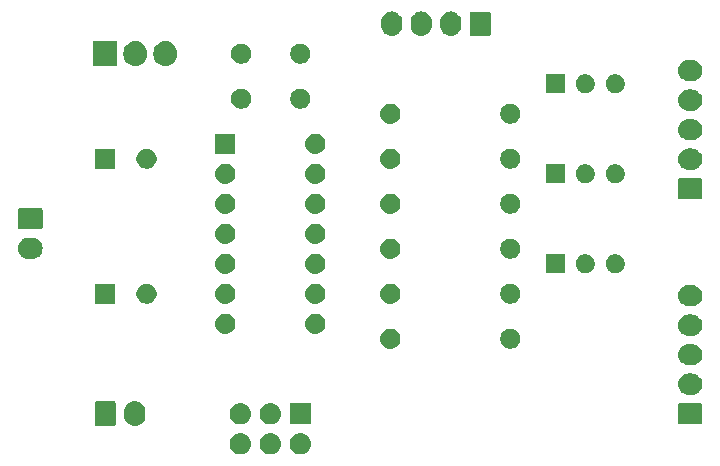
<source format=gbr>
G04 #@! TF.GenerationSoftware,KiCad,Pcbnew,(5.0.2)-1*
G04 #@! TF.CreationDate,2019-02-06T21:08:15+01:00*
G04 #@! TF.ProjectId,parkranger,7061726b-7261-46e6-9765-722e6b696361,rev?*
G04 #@! TF.SameCoordinates,Original*
G04 #@! TF.FileFunction,Soldermask,Bot*
G04 #@! TF.FilePolarity,Negative*
%FSLAX46Y46*%
G04 Gerber Fmt 4.6, Leading zero omitted, Abs format (unit mm)*
G04 Created by KiCad (PCBNEW (5.0.2)-1) date 06.02.2019 21:08:15*
%MOMM*%
%LPD*%
G01*
G04 APERTURE LIST*
%ADD10C,0.100000*%
G04 APERTURE END LIST*
D10*
G36*
X174100442Y-123565518D02*
X174166627Y-123572037D01*
X174279853Y-123606384D01*
X174336467Y-123623557D01*
X174475087Y-123697652D01*
X174492991Y-123707222D01*
X174528729Y-123736552D01*
X174630186Y-123819814D01*
X174713448Y-123921271D01*
X174742778Y-123957009D01*
X174742779Y-123957011D01*
X174826443Y-124113533D01*
X174826443Y-124113534D01*
X174877963Y-124283373D01*
X174895359Y-124460000D01*
X174877963Y-124636627D01*
X174843616Y-124749853D01*
X174826443Y-124806467D01*
X174752348Y-124945087D01*
X174742778Y-124962991D01*
X174713448Y-124998729D01*
X174630186Y-125100186D01*
X174528729Y-125183448D01*
X174492991Y-125212778D01*
X174492989Y-125212779D01*
X174336467Y-125296443D01*
X174279853Y-125313616D01*
X174166627Y-125347963D01*
X174100442Y-125354482D01*
X174034260Y-125361000D01*
X173945740Y-125361000D01*
X173879558Y-125354482D01*
X173813373Y-125347963D01*
X173700147Y-125313616D01*
X173643533Y-125296443D01*
X173487011Y-125212779D01*
X173487009Y-125212778D01*
X173451271Y-125183448D01*
X173349814Y-125100186D01*
X173266552Y-124998729D01*
X173237222Y-124962991D01*
X173227652Y-124945087D01*
X173153557Y-124806467D01*
X173136384Y-124749853D01*
X173102037Y-124636627D01*
X173084641Y-124460000D01*
X173102037Y-124283373D01*
X173153557Y-124113534D01*
X173153557Y-124113533D01*
X173237221Y-123957011D01*
X173237222Y-123957009D01*
X173266552Y-123921271D01*
X173349814Y-123819814D01*
X173451271Y-123736552D01*
X173487009Y-123707222D01*
X173504913Y-123697652D01*
X173643533Y-123623557D01*
X173700147Y-123606384D01*
X173813373Y-123572037D01*
X173879558Y-123565518D01*
X173945740Y-123559000D01*
X174034260Y-123559000D01*
X174100442Y-123565518D01*
X174100442Y-123565518D01*
G37*
G36*
X176640442Y-123565518D02*
X176706627Y-123572037D01*
X176819853Y-123606384D01*
X176876467Y-123623557D01*
X177015087Y-123697652D01*
X177032991Y-123707222D01*
X177068729Y-123736552D01*
X177170186Y-123819814D01*
X177253448Y-123921271D01*
X177282778Y-123957009D01*
X177282779Y-123957011D01*
X177366443Y-124113533D01*
X177366443Y-124113534D01*
X177417963Y-124283373D01*
X177435359Y-124460000D01*
X177417963Y-124636627D01*
X177383616Y-124749853D01*
X177366443Y-124806467D01*
X177292348Y-124945087D01*
X177282778Y-124962991D01*
X177253448Y-124998729D01*
X177170186Y-125100186D01*
X177068729Y-125183448D01*
X177032991Y-125212778D01*
X177032989Y-125212779D01*
X176876467Y-125296443D01*
X176819853Y-125313616D01*
X176706627Y-125347963D01*
X176640442Y-125354482D01*
X176574260Y-125361000D01*
X176485740Y-125361000D01*
X176419558Y-125354482D01*
X176353373Y-125347963D01*
X176240147Y-125313616D01*
X176183533Y-125296443D01*
X176027011Y-125212779D01*
X176027009Y-125212778D01*
X175991271Y-125183448D01*
X175889814Y-125100186D01*
X175806552Y-124998729D01*
X175777222Y-124962991D01*
X175767652Y-124945087D01*
X175693557Y-124806467D01*
X175676384Y-124749853D01*
X175642037Y-124636627D01*
X175624641Y-124460000D01*
X175642037Y-124283373D01*
X175693557Y-124113534D01*
X175693557Y-124113533D01*
X175777221Y-123957011D01*
X175777222Y-123957009D01*
X175806552Y-123921271D01*
X175889814Y-123819814D01*
X175991271Y-123736552D01*
X176027009Y-123707222D01*
X176044913Y-123697652D01*
X176183533Y-123623557D01*
X176240147Y-123606384D01*
X176353373Y-123572037D01*
X176419558Y-123565518D01*
X176485740Y-123559000D01*
X176574260Y-123559000D01*
X176640442Y-123565518D01*
X176640442Y-123565518D01*
G37*
G36*
X179180442Y-123565518D02*
X179246627Y-123572037D01*
X179359853Y-123606384D01*
X179416467Y-123623557D01*
X179555087Y-123697652D01*
X179572991Y-123707222D01*
X179608729Y-123736552D01*
X179710186Y-123819814D01*
X179793448Y-123921271D01*
X179822778Y-123957009D01*
X179822779Y-123957011D01*
X179906443Y-124113533D01*
X179906443Y-124113534D01*
X179957963Y-124283373D01*
X179975359Y-124460000D01*
X179957963Y-124636627D01*
X179923616Y-124749853D01*
X179906443Y-124806467D01*
X179832348Y-124945087D01*
X179822778Y-124962991D01*
X179793448Y-124998729D01*
X179710186Y-125100186D01*
X179608729Y-125183448D01*
X179572991Y-125212778D01*
X179572989Y-125212779D01*
X179416467Y-125296443D01*
X179359853Y-125313616D01*
X179246627Y-125347963D01*
X179180442Y-125354482D01*
X179114260Y-125361000D01*
X179025740Y-125361000D01*
X178959558Y-125354482D01*
X178893373Y-125347963D01*
X178780147Y-125313616D01*
X178723533Y-125296443D01*
X178567011Y-125212779D01*
X178567009Y-125212778D01*
X178531271Y-125183448D01*
X178429814Y-125100186D01*
X178346552Y-124998729D01*
X178317222Y-124962991D01*
X178307652Y-124945087D01*
X178233557Y-124806467D01*
X178216384Y-124749853D01*
X178182037Y-124636627D01*
X178164641Y-124460000D01*
X178182037Y-124283373D01*
X178233557Y-124113534D01*
X178233557Y-124113533D01*
X178317221Y-123957011D01*
X178317222Y-123957009D01*
X178346552Y-123921271D01*
X178429814Y-123819814D01*
X178531271Y-123736552D01*
X178567009Y-123707222D01*
X178584913Y-123697652D01*
X178723533Y-123623557D01*
X178780147Y-123606384D01*
X178893373Y-123572037D01*
X178959558Y-123565518D01*
X179025740Y-123559000D01*
X179114260Y-123559000D01*
X179180442Y-123565518D01*
X179180442Y-123565518D01*
G37*
G36*
X165236626Y-120882037D02*
X165349852Y-120916384D01*
X165406466Y-120933557D01*
X165562989Y-121017221D01*
X165700186Y-121129814D01*
X165783448Y-121231271D01*
X165812778Y-121267009D01*
X165812779Y-121267011D01*
X165896443Y-121423533D01*
X165913616Y-121480147D01*
X165947963Y-121593373D01*
X165961000Y-121725742D01*
X165961000Y-122114257D01*
X165947963Y-122246626D01*
X165896443Y-122416466D01*
X165812778Y-122572991D01*
X165812777Y-122572992D01*
X165700186Y-122710186D01*
X165619577Y-122776339D01*
X165562991Y-122822778D01*
X165562989Y-122822779D01*
X165406467Y-122906443D01*
X165365734Y-122918799D01*
X165236627Y-122957963D01*
X165060000Y-122975359D01*
X164883374Y-122957963D01*
X164754267Y-122918799D01*
X164713534Y-122906443D01*
X164557012Y-122822779D01*
X164557010Y-122822778D01*
X164458711Y-122742106D01*
X164419812Y-122710183D01*
X164307222Y-122572992D01*
X164223557Y-122416467D01*
X164206384Y-122359853D01*
X164172037Y-122246627D01*
X164159000Y-122114258D01*
X164159000Y-121725743D01*
X164172037Y-121593374D01*
X164223557Y-121423535D01*
X164223557Y-121423534D01*
X164307221Y-121267011D01*
X164419814Y-121129814D01*
X164537767Y-121033014D01*
X164557009Y-121017222D01*
X164574913Y-121007652D01*
X164713533Y-120933557D01*
X164770147Y-120916384D01*
X164883373Y-120882037D01*
X165060000Y-120864641D01*
X165236626Y-120882037D01*
X165236626Y-120882037D01*
G37*
G36*
X163318600Y-120872989D02*
X163351649Y-120883014D01*
X163382106Y-120899294D01*
X163408799Y-120921201D01*
X163430706Y-120947894D01*
X163446986Y-120978351D01*
X163457011Y-121011400D01*
X163461000Y-121051904D01*
X163461000Y-122788096D01*
X163457011Y-122828600D01*
X163446986Y-122861649D01*
X163430706Y-122892106D01*
X163408799Y-122918799D01*
X163382106Y-122940706D01*
X163351649Y-122956986D01*
X163318600Y-122967011D01*
X163278096Y-122971000D01*
X161841904Y-122971000D01*
X161801400Y-122967011D01*
X161768351Y-122956986D01*
X161737894Y-122940706D01*
X161711201Y-122918799D01*
X161689294Y-122892106D01*
X161673014Y-122861649D01*
X161662989Y-122828600D01*
X161659000Y-122788096D01*
X161659000Y-121051904D01*
X161662989Y-121011400D01*
X161673014Y-120978351D01*
X161689294Y-120947894D01*
X161711201Y-120921201D01*
X161737894Y-120899294D01*
X161768351Y-120883014D01*
X161801400Y-120872989D01*
X161841904Y-120869000D01*
X163278096Y-120869000D01*
X163318600Y-120872989D01*
X163318600Y-120872989D01*
G37*
G36*
X212973600Y-121022989D02*
X213006649Y-121033014D01*
X213037106Y-121049294D01*
X213063799Y-121071201D01*
X213085706Y-121097894D01*
X213101986Y-121128351D01*
X213112011Y-121161400D01*
X213116000Y-121201904D01*
X213116000Y-122638096D01*
X213112011Y-122678600D01*
X213101986Y-122711649D01*
X213085706Y-122742106D01*
X213063799Y-122768799D01*
X213037106Y-122790706D01*
X213006649Y-122806986D01*
X212973600Y-122817011D01*
X212933096Y-122821000D01*
X211246904Y-122821000D01*
X211206400Y-122817011D01*
X211173351Y-122806986D01*
X211142894Y-122790706D01*
X211116201Y-122768799D01*
X211094294Y-122742106D01*
X211078014Y-122711649D01*
X211067989Y-122678600D01*
X211064000Y-122638096D01*
X211064000Y-121201904D01*
X211067989Y-121161400D01*
X211078014Y-121128351D01*
X211094294Y-121097894D01*
X211116201Y-121071201D01*
X211142894Y-121049294D01*
X211173351Y-121033014D01*
X211206400Y-121022989D01*
X211246904Y-121019000D01*
X212933096Y-121019000D01*
X212973600Y-121022989D01*
X212973600Y-121022989D01*
G37*
G36*
X179971000Y-122821000D02*
X178169000Y-122821000D01*
X178169000Y-121019000D01*
X179971000Y-121019000D01*
X179971000Y-122821000D01*
X179971000Y-122821000D01*
G37*
G36*
X176614760Y-121022989D02*
X176706627Y-121032037D01*
X176819853Y-121066384D01*
X176876467Y-121083557D01*
X177015087Y-121157652D01*
X177032991Y-121167222D01*
X177068729Y-121196552D01*
X177170186Y-121279814D01*
X177253448Y-121381271D01*
X177282778Y-121417009D01*
X177282779Y-121417011D01*
X177366443Y-121573533D01*
X177372462Y-121593375D01*
X177417963Y-121743373D01*
X177435359Y-121920000D01*
X177417963Y-122096627D01*
X177412614Y-122114259D01*
X177366443Y-122266467D01*
X177292348Y-122405087D01*
X177282778Y-122422991D01*
X177253448Y-122458729D01*
X177170186Y-122560186D01*
X177075251Y-122638096D01*
X177032991Y-122672778D01*
X177032989Y-122672779D01*
X176876467Y-122756443D01*
X176872326Y-122757699D01*
X176706627Y-122807963D01*
X176640443Y-122814481D01*
X176574260Y-122821000D01*
X176485740Y-122821000D01*
X176419557Y-122814481D01*
X176353373Y-122807963D01*
X176187674Y-122757699D01*
X176183533Y-122756443D01*
X176027011Y-122672779D01*
X176027009Y-122672778D01*
X175984749Y-122638096D01*
X175889814Y-122560186D01*
X175806552Y-122458729D01*
X175777222Y-122422991D01*
X175767652Y-122405087D01*
X175693557Y-122266467D01*
X175647386Y-122114259D01*
X175642037Y-122096627D01*
X175624641Y-121920000D01*
X175642037Y-121743373D01*
X175687538Y-121593375D01*
X175693557Y-121573533D01*
X175777221Y-121417011D01*
X175777222Y-121417009D01*
X175806552Y-121381271D01*
X175889814Y-121279814D01*
X175991271Y-121196552D01*
X176027009Y-121167222D01*
X176044913Y-121157652D01*
X176183533Y-121083557D01*
X176240147Y-121066384D01*
X176353373Y-121032037D01*
X176445240Y-121022989D01*
X176485740Y-121019000D01*
X176574260Y-121019000D01*
X176614760Y-121022989D01*
X176614760Y-121022989D01*
G37*
G36*
X174074760Y-121022989D02*
X174166627Y-121032037D01*
X174279853Y-121066384D01*
X174336467Y-121083557D01*
X174475087Y-121157652D01*
X174492991Y-121167222D01*
X174528729Y-121196552D01*
X174630186Y-121279814D01*
X174713448Y-121381271D01*
X174742778Y-121417009D01*
X174742779Y-121417011D01*
X174826443Y-121573533D01*
X174832462Y-121593375D01*
X174877963Y-121743373D01*
X174895359Y-121920000D01*
X174877963Y-122096627D01*
X174872614Y-122114259D01*
X174826443Y-122266467D01*
X174752348Y-122405087D01*
X174742778Y-122422991D01*
X174713448Y-122458729D01*
X174630186Y-122560186D01*
X174535251Y-122638096D01*
X174492991Y-122672778D01*
X174492989Y-122672779D01*
X174336467Y-122756443D01*
X174332326Y-122757699D01*
X174166627Y-122807963D01*
X174100443Y-122814481D01*
X174034260Y-122821000D01*
X173945740Y-122821000D01*
X173879557Y-122814481D01*
X173813373Y-122807963D01*
X173647674Y-122757699D01*
X173643533Y-122756443D01*
X173487011Y-122672779D01*
X173487009Y-122672778D01*
X173444749Y-122638096D01*
X173349814Y-122560186D01*
X173266552Y-122458729D01*
X173237222Y-122422991D01*
X173227652Y-122405087D01*
X173153557Y-122266467D01*
X173107386Y-122114259D01*
X173102037Y-122096627D01*
X173084641Y-121920000D01*
X173102037Y-121743373D01*
X173147538Y-121593375D01*
X173153557Y-121573533D01*
X173237221Y-121417011D01*
X173237222Y-121417009D01*
X173266552Y-121381271D01*
X173349814Y-121279814D01*
X173451271Y-121196552D01*
X173487009Y-121167222D01*
X173504913Y-121157652D01*
X173643533Y-121083557D01*
X173700147Y-121066384D01*
X173813373Y-121032037D01*
X173905240Y-121022989D01*
X173945740Y-121019000D01*
X174034260Y-121019000D01*
X174074760Y-121022989D01*
X174074760Y-121022989D01*
G37*
G36*
X212325443Y-118525519D02*
X212391627Y-118532037D01*
X212504853Y-118566384D01*
X212561467Y-118583557D01*
X212700087Y-118657652D01*
X212717991Y-118667222D01*
X212753729Y-118696552D01*
X212855186Y-118779814D01*
X212938448Y-118881271D01*
X212967778Y-118917009D01*
X212967779Y-118917011D01*
X213051443Y-119073533D01*
X213051443Y-119073534D01*
X213102963Y-119243373D01*
X213120359Y-119420000D01*
X213102963Y-119596627D01*
X213068616Y-119709853D01*
X213051443Y-119766467D01*
X212977348Y-119905087D01*
X212967778Y-119922991D01*
X212938448Y-119958729D01*
X212855186Y-120060186D01*
X212753729Y-120143448D01*
X212717991Y-120172778D01*
X212717989Y-120172779D01*
X212561467Y-120256443D01*
X212504853Y-120273616D01*
X212391627Y-120307963D01*
X212325442Y-120314482D01*
X212259260Y-120321000D01*
X211920740Y-120321000D01*
X211854558Y-120314482D01*
X211788373Y-120307963D01*
X211675147Y-120273616D01*
X211618533Y-120256443D01*
X211462011Y-120172779D01*
X211462009Y-120172778D01*
X211426271Y-120143448D01*
X211324814Y-120060186D01*
X211241552Y-119958729D01*
X211212222Y-119922991D01*
X211202652Y-119905087D01*
X211128557Y-119766467D01*
X211111384Y-119709853D01*
X211077037Y-119596627D01*
X211059641Y-119420000D01*
X211077037Y-119243373D01*
X211128557Y-119073534D01*
X211128557Y-119073533D01*
X211212221Y-118917011D01*
X211212222Y-118917009D01*
X211241552Y-118881271D01*
X211324814Y-118779814D01*
X211426271Y-118696552D01*
X211462009Y-118667222D01*
X211479913Y-118657652D01*
X211618533Y-118583557D01*
X211675147Y-118566384D01*
X211788373Y-118532037D01*
X211854557Y-118525519D01*
X211920740Y-118519000D01*
X212259260Y-118519000D01*
X212325443Y-118525519D01*
X212325443Y-118525519D01*
G37*
G36*
X212325443Y-116025519D02*
X212391627Y-116032037D01*
X212504853Y-116066384D01*
X212561467Y-116083557D01*
X212615579Y-116112481D01*
X212717991Y-116167222D01*
X212753729Y-116196552D01*
X212855186Y-116279814D01*
X212921012Y-116360025D01*
X212967778Y-116417009D01*
X212967779Y-116417011D01*
X213051443Y-116573533D01*
X213051443Y-116573534D01*
X213102963Y-116743373D01*
X213120359Y-116920000D01*
X213102963Y-117096627D01*
X213068616Y-117209853D01*
X213051443Y-117266467D01*
X212977348Y-117405087D01*
X212967778Y-117422991D01*
X212938448Y-117458729D01*
X212855186Y-117560186D01*
X212753729Y-117643448D01*
X212717991Y-117672778D01*
X212717989Y-117672779D01*
X212561467Y-117756443D01*
X212504853Y-117773616D01*
X212391627Y-117807963D01*
X212325443Y-117814481D01*
X212259260Y-117821000D01*
X211920740Y-117821000D01*
X211854557Y-117814481D01*
X211788373Y-117807963D01*
X211675147Y-117773616D01*
X211618533Y-117756443D01*
X211462011Y-117672779D01*
X211462009Y-117672778D01*
X211426271Y-117643448D01*
X211324814Y-117560186D01*
X211241552Y-117458729D01*
X211212222Y-117422991D01*
X211202652Y-117405087D01*
X211128557Y-117266467D01*
X211111384Y-117209853D01*
X211077037Y-117096627D01*
X211059641Y-116920000D01*
X211077037Y-116743373D01*
X211128557Y-116573534D01*
X211128557Y-116573533D01*
X211212221Y-116417011D01*
X211212222Y-116417009D01*
X211258988Y-116360025D01*
X211324814Y-116279814D01*
X211426271Y-116196552D01*
X211462009Y-116167222D01*
X211564421Y-116112481D01*
X211618533Y-116083557D01*
X211675147Y-116066384D01*
X211788373Y-116032037D01*
X211854557Y-116025519D01*
X211920740Y-116019000D01*
X212259260Y-116019000D01*
X212325443Y-116025519D01*
X212325443Y-116025519D01*
G37*
G36*
X197098228Y-114751703D02*
X197253100Y-114815853D01*
X197392481Y-114908985D01*
X197511015Y-115027519D01*
X197604147Y-115166900D01*
X197668297Y-115321772D01*
X197701000Y-115486184D01*
X197701000Y-115653816D01*
X197668297Y-115818228D01*
X197604147Y-115973100D01*
X197511015Y-116112481D01*
X197392481Y-116231015D01*
X197253100Y-116324147D01*
X197098228Y-116388297D01*
X196933816Y-116421000D01*
X196766184Y-116421000D01*
X196601772Y-116388297D01*
X196446900Y-116324147D01*
X196307519Y-116231015D01*
X196188985Y-116112481D01*
X196095853Y-115973100D01*
X196031703Y-115818228D01*
X195999000Y-115653816D01*
X195999000Y-115486184D01*
X196031703Y-115321772D01*
X196095853Y-115166900D01*
X196188985Y-115027519D01*
X196307519Y-114908985D01*
X196446900Y-114815853D01*
X196601772Y-114751703D01*
X196766184Y-114719000D01*
X196933816Y-114719000D01*
X197098228Y-114751703D01*
X197098228Y-114751703D01*
G37*
G36*
X186856821Y-114731313D02*
X186856824Y-114731314D01*
X186856825Y-114731314D01*
X187017239Y-114779975D01*
X187017241Y-114779976D01*
X187017244Y-114779977D01*
X187165078Y-114858995D01*
X187294659Y-114965341D01*
X187401005Y-115094922D01*
X187480023Y-115242756D01*
X187480024Y-115242759D01*
X187480025Y-115242761D01*
X187528686Y-115403175D01*
X187528687Y-115403179D01*
X187545117Y-115570000D01*
X187528687Y-115736821D01*
X187528686Y-115736824D01*
X187528686Y-115736825D01*
X187503993Y-115818228D01*
X187480023Y-115897244D01*
X187401005Y-116045078D01*
X187294659Y-116174659D01*
X187165078Y-116281005D01*
X187017244Y-116360023D01*
X187017241Y-116360024D01*
X187017239Y-116360025D01*
X186856825Y-116408686D01*
X186856824Y-116408686D01*
X186856821Y-116408687D01*
X186731804Y-116421000D01*
X186648196Y-116421000D01*
X186523179Y-116408687D01*
X186523176Y-116408686D01*
X186523175Y-116408686D01*
X186362761Y-116360025D01*
X186362759Y-116360024D01*
X186362756Y-116360023D01*
X186214922Y-116281005D01*
X186085341Y-116174659D01*
X185978995Y-116045078D01*
X185899977Y-115897244D01*
X185876008Y-115818228D01*
X185851314Y-115736825D01*
X185851314Y-115736824D01*
X185851313Y-115736821D01*
X185834883Y-115570000D01*
X185851313Y-115403179D01*
X185851314Y-115403175D01*
X185899975Y-115242761D01*
X185899976Y-115242759D01*
X185899977Y-115242756D01*
X185978995Y-115094922D01*
X186085341Y-114965341D01*
X186214922Y-114858995D01*
X186362756Y-114779977D01*
X186362759Y-114779976D01*
X186362761Y-114779975D01*
X186523175Y-114731314D01*
X186523176Y-114731314D01*
X186523179Y-114731313D01*
X186648196Y-114719000D01*
X186731804Y-114719000D01*
X186856821Y-114731313D01*
X186856821Y-114731313D01*
G37*
G36*
X212325442Y-113525518D02*
X212391627Y-113532037D01*
X212504853Y-113566384D01*
X212561467Y-113583557D01*
X212700087Y-113657652D01*
X212717991Y-113667222D01*
X212752254Y-113695341D01*
X212855186Y-113779814D01*
X212938448Y-113881271D01*
X212967778Y-113917009D01*
X212967779Y-113917011D01*
X213051443Y-114073533D01*
X213051443Y-114073534D01*
X213102963Y-114243373D01*
X213120359Y-114420000D01*
X213102963Y-114596627D01*
X213093677Y-114627239D01*
X213051443Y-114766467D01*
X213001985Y-114858995D01*
X212967778Y-114922991D01*
X212938448Y-114958729D01*
X212855186Y-115060186D01*
X212759532Y-115138686D01*
X212717991Y-115172778D01*
X212717989Y-115172779D01*
X212561467Y-115256443D01*
X212504853Y-115273616D01*
X212391627Y-115307963D01*
X212325443Y-115314481D01*
X212259260Y-115321000D01*
X211920740Y-115321000D01*
X211854557Y-115314481D01*
X211788373Y-115307963D01*
X211675147Y-115273616D01*
X211618533Y-115256443D01*
X211462011Y-115172779D01*
X211462009Y-115172778D01*
X211420468Y-115138686D01*
X211324814Y-115060186D01*
X211241552Y-114958729D01*
X211212222Y-114922991D01*
X211178015Y-114858995D01*
X211128557Y-114766467D01*
X211086323Y-114627239D01*
X211077037Y-114596627D01*
X211059641Y-114420000D01*
X211077037Y-114243373D01*
X211128557Y-114073534D01*
X211128557Y-114073533D01*
X211212221Y-113917011D01*
X211212222Y-113917009D01*
X211241552Y-113881271D01*
X211324814Y-113779814D01*
X211427746Y-113695341D01*
X211462009Y-113667222D01*
X211479913Y-113657652D01*
X211618533Y-113583557D01*
X211675147Y-113566384D01*
X211788373Y-113532037D01*
X211854558Y-113525518D01*
X211920740Y-113519000D01*
X212259260Y-113519000D01*
X212325442Y-113525518D01*
X212325442Y-113525518D01*
G37*
G36*
X180506821Y-113461313D02*
X180506824Y-113461314D01*
X180506825Y-113461314D01*
X180667239Y-113509975D01*
X180667241Y-113509976D01*
X180667244Y-113509977D01*
X180815078Y-113588995D01*
X180944659Y-113695341D01*
X181051005Y-113824922D01*
X181130023Y-113972756D01*
X181178687Y-114133179D01*
X181195117Y-114300000D01*
X181178687Y-114466821D01*
X181178686Y-114466824D01*
X181178686Y-114466825D01*
X181139312Y-114596625D01*
X181130023Y-114627244D01*
X181051005Y-114775078D01*
X180944659Y-114904659D01*
X180815078Y-115011005D01*
X180667244Y-115090023D01*
X180667241Y-115090024D01*
X180667239Y-115090025D01*
X180506825Y-115138686D01*
X180506824Y-115138686D01*
X180506821Y-115138687D01*
X180381804Y-115151000D01*
X180298196Y-115151000D01*
X180173179Y-115138687D01*
X180173176Y-115138686D01*
X180173175Y-115138686D01*
X180012761Y-115090025D01*
X180012759Y-115090024D01*
X180012756Y-115090023D01*
X179864922Y-115011005D01*
X179735341Y-114904659D01*
X179628995Y-114775078D01*
X179549977Y-114627244D01*
X179540689Y-114596625D01*
X179501314Y-114466825D01*
X179501314Y-114466824D01*
X179501313Y-114466821D01*
X179484883Y-114300000D01*
X179501313Y-114133179D01*
X179549977Y-113972756D01*
X179628995Y-113824922D01*
X179735341Y-113695341D01*
X179864922Y-113588995D01*
X180012756Y-113509977D01*
X180012759Y-113509976D01*
X180012761Y-113509975D01*
X180173175Y-113461314D01*
X180173176Y-113461314D01*
X180173179Y-113461313D01*
X180298196Y-113449000D01*
X180381804Y-113449000D01*
X180506821Y-113461313D01*
X180506821Y-113461313D01*
G37*
G36*
X172886821Y-113461313D02*
X172886824Y-113461314D01*
X172886825Y-113461314D01*
X173047239Y-113509975D01*
X173047241Y-113509976D01*
X173047244Y-113509977D01*
X173195078Y-113588995D01*
X173324659Y-113695341D01*
X173431005Y-113824922D01*
X173510023Y-113972756D01*
X173558687Y-114133179D01*
X173575117Y-114300000D01*
X173558687Y-114466821D01*
X173558686Y-114466824D01*
X173558686Y-114466825D01*
X173519312Y-114596625D01*
X173510023Y-114627244D01*
X173431005Y-114775078D01*
X173324659Y-114904659D01*
X173195078Y-115011005D01*
X173047244Y-115090023D01*
X173047241Y-115090024D01*
X173047239Y-115090025D01*
X172886825Y-115138686D01*
X172886824Y-115138686D01*
X172886821Y-115138687D01*
X172761804Y-115151000D01*
X172678196Y-115151000D01*
X172553179Y-115138687D01*
X172553176Y-115138686D01*
X172553175Y-115138686D01*
X172392761Y-115090025D01*
X172392759Y-115090024D01*
X172392756Y-115090023D01*
X172244922Y-115011005D01*
X172115341Y-114904659D01*
X172008995Y-114775078D01*
X171929977Y-114627244D01*
X171920689Y-114596625D01*
X171881314Y-114466825D01*
X171881314Y-114466824D01*
X171881313Y-114466821D01*
X171864883Y-114300000D01*
X171881313Y-114133179D01*
X171929977Y-113972756D01*
X172008995Y-113824922D01*
X172115341Y-113695341D01*
X172244922Y-113588995D01*
X172392756Y-113509977D01*
X172392759Y-113509976D01*
X172392761Y-113509975D01*
X172553175Y-113461314D01*
X172553176Y-113461314D01*
X172553179Y-113461313D01*
X172678196Y-113449000D01*
X172761804Y-113449000D01*
X172886821Y-113461313D01*
X172886821Y-113461313D01*
G37*
G36*
X212325443Y-111025519D02*
X212391627Y-111032037D01*
X212504853Y-111066384D01*
X212561467Y-111083557D01*
X212695763Y-111155341D01*
X212717991Y-111167222D01*
X212753729Y-111196552D01*
X212855186Y-111279814D01*
X212938448Y-111381271D01*
X212967778Y-111417009D01*
X212967779Y-111417011D01*
X213051443Y-111573533D01*
X213051443Y-111573534D01*
X213102963Y-111743373D01*
X213120359Y-111920000D01*
X213102963Y-112096627D01*
X213068616Y-112209853D01*
X213051443Y-112266467D01*
X212998957Y-112364659D01*
X212967778Y-112422991D01*
X212938448Y-112458729D01*
X212855186Y-112560186D01*
X212753729Y-112643448D01*
X212717991Y-112672778D01*
X212717989Y-112672779D01*
X212561467Y-112756443D01*
X212504853Y-112773616D01*
X212391627Y-112807963D01*
X212325443Y-112814481D01*
X212259260Y-112821000D01*
X211920740Y-112821000D01*
X211854557Y-112814481D01*
X211788373Y-112807963D01*
X211675147Y-112773616D01*
X211618533Y-112756443D01*
X211462011Y-112672779D01*
X211462009Y-112672778D01*
X211426271Y-112643448D01*
X211324814Y-112560186D01*
X211241552Y-112458729D01*
X211212222Y-112422991D01*
X211181043Y-112364659D01*
X211128557Y-112266467D01*
X211111384Y-112209853D01*
X211077037Y-112096627D01*
X211059641Y-111920000D01*
X211077037Y-111743373D01*
X211128557Y-111573534D01*
X211128557Y-111573533D01*
X211212221Y-111417011D01*
X211212222Y-111417009D01*
X211241552Y-111381271D01*
X211324814Y-111279814D01*
X211426271Y-111196552D01*
X211462009Y-111167222D01*
X211484237Y-111155341D01*
X211618533Y-111083557D01*
X211675147Y-111066384D01*
X211788373Y-111032037D01*
X211854557Y-111025519D01*
X211920740Y-111019000D01*
X212259260Y-111019000D01*
X212325443Y-111025519D01*
X212325443Y-111025519D01*
G37*
G36*
X197098228Y-110941703D02*
X197253100Y-111005853D01*
X197392481Y-111098985D01*
X197511015Y-111217519D01*
X197604147Y-111356900D01*
X197668297Y-111511772D01*
X197701000Y-111676184D01*
X197701000Y-111843816D01*
X197668297Y-112008228D01*
X197604147Y-112163100D01*
X197511015Y-112302481D01*
X197392481Y-112421015D01*
X197253100Y-112514147D01*
X197098228Y-112578297D01*
X196933816Y-112611000D01*
X196766184Y-112611000D01*
X196601772Y-112578297D01*
X196446900Y-112514147D01*
X196307519Y-112421015D01*
X196188985Y-112302481D01*
X196095853Y-112163100D01*
X196031703Y-112008228D01*
X195999000Y-111843816D01*
X195999000Y-111676184D01*
X196031703Y-111511772D01*
X196095853Y-111356900D01*
X196188985Y-111217519D01*
X196307519Y-111098985D01*
X196446900Y-111005853D01*
X196601772Y-110941703D01*
X196766184Y-110909000D01*
X196933816Y-110909000D01*
X197098228Y-110941703D01*
X197098228Y-110941703D01*
G37*
G36*
X163411000Y-112611000D02*
X161709000Y-112611000D01*
X161709000Y-110909000D01*
X163411000Y-110909000D01*
X163411000Y-112611000D01*
X163411000Y-112611000D01*
G37*
G36*
X180506821Y-110921313D02*
X180506824Y-110921314D01*
X180506825Y-110921314D01*
X180667239Y-110969975D01*
X180667241Y-110969976D01*
X180667244Y-110969977D01*
X180815078Y-111048995D01*
X180944659Y-111155341D01*
X181051005Y-111284922D01*
X181130023Y-111432756D01*
X181130024Y-111432759D01*
X181130025Y-111432761D01*
X181172728Y-111573534D01*
X181178687Y-111593179D01*
X181195117Y-111760000D01*
X181178687Y-111926821D01*
X181178686Y-111926824D01*
X181178686Y-111926825D01*
X181153993Y-112008228D01*
X181130023Y-112087244D01*
X181051005Y-112235078D01*
X180944659Y-112364659D01*
X180815078Y-112471005D01*
X180667244Y-112550023D01*
X180667241Y-112550024D01*
X180667239Y-112550025D01*
X180506825Y-112598686D01*
X180506824Y-112598686D01*
X180506821Y-112598687D01*
X180381804Y-112611000D01*
X180298196Y-112611000D01*
X180173179Y-112598687D01*
X180173176Y-112598686D01*
X180173175Y-112598686D01*
X180012761Y-112550025D01*
X180012759Y-112550024D01*
X180012756Y-112550023D01*
X179864922Y-112471005D01*
X179735341Y-112364659D01*
X179628995Y-112235078D01*
X179549977Y-112087244D01*
X179526008Y-112008228D01*
X179501314Y-111926825D01*
X179501314Y-111926824D01*
X179501313Y-111926821D01*
X179484883Y-111760000D01*
X179501313Y-111593179D01*
X179507272Y-111573534D01*
X179549975Y-111432761D01*
X179549976Y-111432759D01*
X179549977Y-111432756D01*
X179628995Y-111284922D01*
X179735341Y-111155341D01*
X179864922Y-111048995D01*
X180012756Y-110969977D01*
X180012759Y-110969976D01*
X180012761Y-110969975D01*
X180173175Y-110921314D01*
X180173176Y-110921314D01*
X180173179Y-110921313D01*
X180298196Y-110909000D01*
X180381804Y-110909000D01*
X180506821Y-110921313D01*
X180506821Y-110921313D01*
G37*
G36*
X172886821Y-110921313D02*
X172886824Y-110921314D01*
X172886825Y-110921314D01*
X173047239Y-110969975D01*
X173047241Y-110969976D01*
X173047244Y-110969977D01*
X173195078Y-111048995D01*
X173324659Y-111155341D01*
X173431005Y-111284922D01*
X173510023Y-111432756D01*
X173510024Y-111432759D01*
X173510025Y-111432761D01*
X173552728Y-111573534D01*
X173558687Y-111593179D01*
X173575117Y-111760000D01*
X173558687Y-111926821D01*
X173558686Y-111926824D01*
X173558686Y-111926825D01*
X173533993Y-112008228D01*
X173510023Y-112087244D01*
X173431005Y-112235078D01*
X173324659Y-112364659D01*
X173195078Y-112471005D01*
X173047244Y-112550023D01*
X173047241Y-112550024D01*
X173047239Y-112550025D01*
X172886825Y-112598686D01*
X172886824Y-112598686D01*
X172886821Y-112598687D01*
X172761804Y-112611000D01*
X172678196Y-112611000D01*
X172553179Y-112598687D01*
X172553176Y-112598686D01*
X172553175Y-112598686D01*
X172392761Y-112550025D01*
X172392759Y-112550024D01*
X172392756Y-112550023D01*
X172244922Y-112471005D01*
X172115341Y-112364659D01*
X172008995Y-112235078D01*
X171929977Y-112087244D01*
X171906008Y-112008228D01*
X171881314Y-111926825D01*
X171881314Y-111926824D01*
X171881313Y-111926821D01*
X171864883Y-111760000D01*
X171881313Y-111593179D01*
X171887272Y-111573534D01*
X171929975Y-111432761D01*
X171929976Y-111432759D01*
X171929977Y-111432756D01*
X172008995Y-111284922D01*
X172115341Y-111155341D01*
X172244922Y-111048995D01*
X172392756Y-110969977D01*
X172392759Y-110969976D01*
X172392761Y-110969975D01*
X172553175Y-110921314D01*
X172553176Y-110921314D01*
X172553179Y-110921313D01*
X172678196Y-110909000D01*
X172761804Y-110909000D01*
X172886821Y-110921313D01*
X172886821Y-110921313D01*
G37*
G36*
X186856821Y-110921313D02*
X186856824Y-110921314D01*
X186856825Y-110921314D01*
X187017239Y-110969975D01*
X187017241Y-110969976D01*
X187017244Y-110969977D01*
X187165078Y-111048995D01*
X187294659Y-111155341D01*
X187401005Y-111284922D01*
X187480023Y-111432756D01*
X187480024Y-111432759D01*
X187480025Y-111432761D01*
X187522728Y-111573534D01*
X187528687Y-111593179D01*
X187545117Y-111760000D01*
X187528687Y-111926821D01*
X187528686Y-111926824D01*
X187528686Y-111926825D01*
X187503993Y-112008228D01*
X187480023Y-112087244D01*
X187401005Y-112235078D01*
X187294659Y-112364659D01*
X187165078Y-112471005D01*
X187017244Y-112550023D01*
X187017241Y-112550024D01*
X187017239Y-112550025D01*
X186856825Y-112598686D01*
X186856824Y-112598686D01*
X186856821Y-112598687D01*
X186731804Y-112611000D01*
X186648196Y-112611000D01*
X186523179Y-112598687D01*
X186523176Y-112598686D01*
X186523175Y-112598686D01*
X186362761Y-112550025D01*
X186362759Y-112550024D01*
X186362756Y-112550023D01*
X186214922Y-112471005D01*
X186085341Y-112364659D01*
X185978995Y-112235078D01*
X185899977Y-112087244D01*
X185876008Y-112008228D01*
X185851314Y-111926825D01*
X185851314Y-111926824D01*
X185851313Y-111926821D01*
X185834883Y-111760000D01*
X185851313Y-111593179D01*
X185857272Y-111573534D01*
X185899975Y-111432761D01*
X185899976Y-111432759D01*
X185899977Y-111432756D01*
X185978995Y-111284922D01*
X186085341Y-111155341D01*
X186214922Y-111048995D01*
X186362756Y-110969977D01*
X186362759Y-110969976D01*
X186362761Y-110969975D01*
X186523175Y-110921314D01*
X186523176Y-110921314D01*
X186523179Y-110921313D01*
X186648196Y-110909000D01*
X186731804Y-110909000D01*
X186856821Y-110921313D01*
X186856821Y-110921313D01*
G37*
G36*
X166308228Y-110941703D02*
X166463100Y-111005853D01*
X166602481Y-111098985D01*
X166721015Y-111217519D01*
X166814147Y-111356900D01*
X166878297Y-111511772D01*
X166911000Y-111676184D01*
X166911000Y-111843816D01*
X166878297Y-112008228D01*
X166814147Y-112163100D01*
X166721015Y-112302481D01*
X166602481Y-112421015D01*
X166463100Y-112514147D01*
X166308228Y-112578297D01*
X166143816Y-112611000D01*
X165976184Y-112611000D01*
X165811772Y-112578297D01*
X165656900Y-112514147D01*
X165517519Y-112421015D01*
X165398985Y-112302481D01*
X165305853Y-112163100D01*
X165241703Y-112008228D01*
X165209000Y-111843816D01*
X165209000Y-111676184D01*
X165241703Y-111511772D01*
X165305853Y-111356900D01*
X165398985Y-111217519D01*
X165517519Y-111098985D01*
X165656900Y-111005853D01*
X165811772Y-110941703D01*
X165976184Y-110909000D01*
X166143816Y-110909000D01*
X166308228Y-110941703D01*
X166308228Y-110941703D01*
G37*
G36*
X172886821Y-108381313D02*
X172886824Y-108381314D01*
X172886825Y-108381314D01*
X173047239Y-108429975D01*
X173047241Y-108429976D01*
X173047244Y-108429977D01*
X173195078Y-108508995D01*
X173324659Y-108615341D01*
X173431005Y-108744922D01*
X173510023Y-108892756D01*
X173558687Y-109053179D01*
X173575117Y-109220000D01*
X173558687Y-109386821D01*
X173510023Y-109547244D01*
X173431005Y-109695078D01*
X173324659Y-109824659D01*
X173195078Y-109931005D01*
X173047244Y-110010023D01*
X173047241Y-110010024D01*
X173047239Y-110010025D01*
X172886825Y-110058686D01*
X172886824Y-110058686D01*
X172886821Y-110058687D01*
X172761804Y-110071000D01*
X172678196Y-110071000D01*
X172553179Y-110058687D01*
X172553176Y-110058686D01*
X172553175Y-110058686D01*
X172392761Y-110010025D01*
X172392759Y-110010024D01*
X172392756Y-110010023D01*
X172244922Y-109931005D01*
X172115341Y-109824659D01*
X172008995Y-109695078D01*
X171929977Y-109547244D01*
X171881313Y-109386821D01*
X171864883Y-109220000D01*
X171881313Y-109053179D01*
X171929977Y-108892756D01*
X172008995Y-108744922D01*
X172115341Y-108615341D01*
X172244922Y-108508995D01*
X172392756Y-108429977D01*
X172392759Y-108429976D01*
X172392761Y-108429975D01*
X172553175Y-108381314D01*
X172553176Y-108381314D01*
X172553179Y-108381313D01*
X172678196Y-108369000D01*
X172761804Y-108369000D01*
X172886821Y-108381313D01*
X172886821Y-108381313D01*
G37*
G36*
X180506821Y-108381313D02*
X180506824Y-108381314D01*
X180506825Y-108381314D01*
X180667239Y-108429975D01*
X180667241Y-108429976D01*
X180667244Y-108429977D01*
X180815078Y-108508995D01*
X180944659Y-108615341D01*
X181051005Y-108744922D01*
X181130023Y-108892756D01*
X181178687Y-109053179D01*
X181195117Y-109220000D01*
X181178687Y-109386821D01*
X181130023Y-109547244D01*
X181051005Y-109695078D01*
X180944659Y-109824659D01*
X180815078Y-109931005D01*
X180667244Y-110010023D01*
X180667241Y-110010024D01*
X180667239Y-110010025D01*
X180506825Y-110058686D01*
X180506824Y-110058686D01*
X180506821Y-110058687D01*
X180381804Y-110071000D01*
X180298196Y-110071000D01*
X180173179Y-110058687D01*
X180173176Y-110058686D01*
X180173175Y-110058686D01*
X180012761Y-110010025D01*
X180012759Y-110010024D01*
X180012756Y-110010023D01*
X179864922Y-109931005D01*
X179735341Y-109824659D01*
X179628995Y-109695078D01*
X179549977Y-109547244D01*
X179501313Y-109386821D01*
X179484883Y-109220000D01*
X179501313Y-109053179D01*
X179549977Y-108892756D01*
X179628995Y-108744922D01*
X179735341Y-108615341D01*
X179864922Y-108508995D01*
X180012756Y-108429977D01*
X180012759Y-108429976D01*
X180012761Y-108429975D01*
X180173175Y-108381314D01*
X180173176Y-108381314D01*
X180173179Y-108381313D01*
X180298196Y-108369000D01*
X180381804Y-108369000D01*
X180506821Y-108381313D01*
X180506821Y-108381313D01*
G37*
G36*
X201461000Y-110021000D02*
X199859000Y-110021000D01*
X199859000Y-108419000D01*
X201461000Y-108419000D01*
X201461000Y-110021000D01*
X201461000Y-110021000D01*
G37*
G36*
X205973643Y-108449781D02*
X206119415Y-108510162D01*
X206250611Y-108597824D01*
X206362176Y-108709389D01*
X206449838Y-108840585D01*
X206510219Y-108986357D01*
X206541000Y-109141107D01*
X206541000Y-109298893D01*
X206510219Y-109453643D01*
X206449838Y-109599415D01*
X206362176Y-109730611D01*
X206250611Y-109842176D01*
X206119415Y-109929838D01*
X205973643Y-109990219D01*
X205818893Y-110021000D01*
X205661107Y-110021000D01*
X205506357Y-109990219D01*
X205360585Y-109929838D01*
X205229389Y-109842176D01*
X205117824Y-109730611D01*
X205030162Y-109599415D01*
X204969781Y-109453643D01*
X204939000Y-109298893D01*
X204939000Y-109141107D01*
X204969781Y-108986357D01*
X205030162Y-108840585D01*
X205117824Y-108709389D01*
X205229389Y-108597824D01*
X205360585Y-108510162D01*
X205506357Y-108449781D01*
X205661107Y-108419000D01*
X205818893Y-108419000D01*
X205973643Y-108449781D01*
X205973643Y-108449781D01*
G37*
G36*
X203433643Y-108449781D02*
X203579415Y-108510162D01*
X203710611Y-108597824D01*
X203822176Y-108709389D01*
X203909838Y-108840585D01*
X203970219Y-108986357D01*
X204001000Y-109141107D01*
X204001000Y-109298893D01*
X203970219Y-109453643D01*
X203909838Y-109599415D01*
X203822176Y-109730611D01*
X203710611Y-109842176D01*
X203579415Y-109929838D01*
X203433643Y-109990219D01*
X203278893Y-110021000D01*
X203121107Y-110021000D01*
X202966357Y-109990219D01*
X202820585Y-109929838D01*
X202689389Y-109842176D01*
X202577824Y-109730611D01*
X202490162Y-109599415D01*
X202429781Y-109453643D01*
X202399000Y-109298893D01*
X202399000Y-109141107D01*
X202429781Y-108986357D01*
X202490162Y-108840585D01*
X202577824Y-108709389D01*
X202689389Y-108597824D01*
X202820585Y-108510162D01*
X202966357Y-108449781D01*
X203121107Y-108419000D01*
X203278893Y-108419000D01*
X203433643Y-108449781D01*
X203433643Y-108449781D01*
G37*
G36*
X156470443Y-107015519D02*
X156536627Y-107022037D01*
X156649853Y-107056384D01*
X156706467Y-107073557D01*
X156777102Y-107111313D01*
X156862991Y-107157222D01*
X156898729Y-107186552D01*
X157000186Y-107269814D01*
X157062168Y-107345341D01*
X157112778Y-107407009D01*
X157112779Y-107407011D01*
X157196443Y-107563533D01*
X157196443Y-107563534D01*
X157247963Y-107733373D01*
X157265359Y-107910000D01*
X157247963Y-108086627D01*
X157214109Y-108198228D01*
X157196443Y-108256467D01*
X157185340Y-108277239D01*
X157112778Y-108412991D01*
X157102858Y-108425078D01*
X157000186Y-108550186D01*
X156920793Y-108615341D01*
X156862991Y-108662778D01*
X156862989Y-108662779D01*
X156706467Y-108746443D01*
X156649853Y-108763616D01*
X156536627Y-108797963D01*
X156470443Y-108804481D01*
X156404260Y-108811000D01*
X156015740Y-108811000D01*
X155949557Y-108804481D01*
X155883373Y-108797963D01*
X155770147Y-108763616D01*
X155713533Y-108746443D01*
X155557011Y-108662779D01*
X155557009Y-108662778D01*
X155499207Y-108615341D01*
X155419814Y-108550186D01*
X155317142Y-108425078D01*
X155307222Y-108412991D01*
X155234660Y-108277239D01*
X155223557Y-108256467D01*
X155205891Y-108198228D01*
X155172037Y-108086627D01*
X155154641Y-107910000D01*
X155172037Y-107733373D01*
X155223557Y-107563534D01*
X155223557Y-107563533D01*
X155307221Y-107407011D01*
X155307222Y-107407009D01*
X155357832Y-107345341D01*
X155419814Y-107269814D01*
X155521271Y-107186552D01*
X155557009Y-107157222D01*
X155642898Y-107111313D01*
X155713533Y-107073557D01*
X155770147Y-107056384D01*
X155883373Y-107022037D01*
X155949557Y-107015519D01*
X156015740Y-107009000D01*
X156404260Y-107009000D01*
X156470443Y-107015519D01*
X156470443Y-107015519D01*
G37*
G36*
X197098228Y-107131703D02*
X197253100Y-107195853D01*
X197392481Y-107288985D01*
X197511015Y-107407519D01*
X197604147Y-107546900D01*
X197668297Y-107701772D01*
X197701000Y-107866184D01*
X197701000Y-108033816D01*
X197668297Y-108198228D01*
X197604147Y-108353100D01*
X197511015Y-108492481D01*
X197392481Y-108611015D01*
X197253100Y-108704147D01*
X197098228Y-108768297D01*
X196933816Y-108801000D01*
X196766184Y-108801000D01*
X196601772Y-108768297D01*
X196446900Y-108704147D01*
X196307519Y-108611015D01*
X196188985Y-108492481D01*
X196095853Y-108353100D01*
X196031703Y-108198228D01*
X195999000Y-108033816D01*
X195999000Y-107866184D01*
X196031703Y-107701772D01*
X196095853Y-107546900D01*
X196188985Y-107407519D01*
X196307519Y-107288985D01*
X196446900Y-107195853D01*
X196601772Y-107131703D01*
X196766184Y-107099000D01*
X196933816Y-107099000D01*
X197098228Y-107131703D01*
X197098228Y-107131703D01*
G37*
G36*
X186856821Y-107111313D02*
X186856824Y-107111314D01*
X186856825Y-107111314D01*
X187017239Y-107159975D01*
X187017241Y-107159976D01*
X187017244Y-107159977D01*
X187165078Y-107238995D01*
X187294659Y-107345341D01*
X187401005Y-107474922D01*
X187480023Y-107622756D01*
X187480024Y-107622759D01*
X187480025Y-107622761D01*
X187513579Y-107733375D01*
X187528687Y-107783179D01*
X187545117Y-107950000D01*
X187528687Y-108116821D01*
X187528686Y-108116824D01*
X187528686Y-108116825D01*
X187503993Y-108198228D01*
X187480023Y-108277244D01*
X187401005Y-108425078D01*
X187294659Y-108554659D01*
X187165078Y-108661005D01*
X187017244Y-108740023D01*
X187017241Y-108740024D01*
X187017239Y-108740025D01*
X186856825Y-108788686D01*
X186856824Y-108788686D01*
X186856821Y-108788687D01*
X186731804Y-108801000D01*
X186648196Y-108801000D01*
X186523179Y-108788687D01*
X186523176Y-108788686D01*
X186523175Y-108788686D01*
X186362761Y-108740025D01*
X186362759Y-108740024D01*
X186362756Y-108740023D01*
X186214922Y-108661005D01*
X186085341Y-108554659D01*
X185978995Y-108425078D01*
X185899977Y-108277244D01*
X185876008Y-108198228D01*
X185851314Y-108116825D01*
X185851314Y-108116824D01*
X185851313Y-108116821D01*
X185834883Y-107950000D01*
X185851313Y-107783179D01*
X185866421Y-107733375D01*
X185899975Y-107622761D01*
X185899976Y-107622759D01*
X185899977Y-107622756D01*
X185978995Y-107474922D01*
X186085341Y-107345341D01*
X186214922Y-107238995D01*
X186362756Y-107159977D01*
X186362759Y-107159976D01*
X186362761Y-107159975D01*
X186523175Y-107111314D01*
X186523176Y-107111314D01*
X186523179Y-107111313D01*
X186648196Y-107099000D01*
X186731804Y-107099000D01*
X186856821Y-107111313D01*
X186856821Y-107111313D01*
G37*
G36*
X180506821Y-105841313D02*
X180506824Y-105841314D01*
X180506825Y-105841314D01*
X180667239Y-105889975D01*
X180667241Y-105889976D01*
X180667244Y-105889977D01*
X180815078Y-105968995D01*
X180944659Y-106075341D01*
X181051005Y-106204922D01*
X181130023Y-106352756D01*
X181178687Y-106513179D01*
X181195117Y-106680000D01*
X181178687Y-106846821D01*
X181130023Y-107007244D01*
X181051005Y-107155078D01*
X180944659Y-107284659D01*
X180815078Y-107391005D01*
X180667244Y-107470023D01*
X180667241Y-107470024D01*
X180667239Y-107470025D01*
X180506825Y-107518686D01*
X180506824Y-107518686D01*
X180506821Y-107518687D01*
X180381804Y-107531000D01*
X180298196Y-107531000D01*
X180173179Y-107518687D01*
X180173176Y-107518686D01*
X180173175Y-107518686D01*
X180012761Y-107470025D01*
X180012759Y-107470024D01*
X180012756Y-107470023D01*
X179864922Y-107391005D01*
X179735341Y-107284659D01*
X179628995Y-107155078D01*
X179549977Y-107007244D01*
X179501313Y-106846821D01*
X179484883Y-106680000D01*
X179501313Y-106513179D01*
X179549977Y-106352756D01*
X179628995Y-106204922D01*
X179735341Y-106075341D01*
X179864922Y-105968995D01*
X180012756Y-105889977D01*
X180012759Y-105889976D01*
X180012761Y-105889975D01*
X180173175Y-105841314D01*
X180173176Y-105841314D01*
X180173179Y-105841313D01*
X180298196Y-105829000D01*
X180381804Y-105829000D01*
X180506821Y-105841313D01*
X180506821Y-105841313D01*
G37*
G36*
X172886821Y-105841313D02*
X172886824Y-105841314D01*
X172886825Y-105841314D01*
X173047239Y-105889975D01*
X173047241Y-105889976D01*
X173047244Y-105889977D01*
X173195078Y-105968995D01*
X173324659Y-106075341D01*
X173431005Y-106204922D01*
X173510023Y-106352756D01*
X173558687Y-106513179D01*
X173575117Y-106680000D01*
X173558687Y-106846821D01*
X173510023Y-107007244D01*
X173431005Y-107155078D01*
X173324659Y-107284659D01*
X173195078Y-107391005D01*
X173047244Y-107470023D01*
X173047241Y-107470024D01*
X173047239Y-107470025D01*
X172886825Y-107518686D01*
X172886824Y-107518686D01*
X172886821Y-107518687D01*
X172761804Y-107531000D01*
X172678196Y-107531000D01*
X172553179Y-107518687D01*
X172553176Y-107518686D01*
X172553175Y-107518686D01*
X172392761Y-107470025D01*
X172392759Y-107470024D01*
X172392756Y-107470023D01*
X172244922Y-107391005D01*
X172115341Y-107284659D01*
X172008995Y-107155078D01*
X171929977Y-107007244D01*
X171881313Y-106846821D01*
X171864883Y-106680000D01*
X171881313Y-106513179D01*
X171929977Y-106352756D01*
X172008995Y-106204922D01*
X172115341Y-106075341D01*
X172244922Y-105968995D01*
X172392756Y-105889977D01*
X172392759Y-105889976D01*
X172392761Y-105889975D01*
X172553175Y-105841314D01*
X172553176Y-105841314D01*
X172553179Y-105841313D01*
X172678196Y-105829000D01*
X172761804Y-105829000D01*
X172886821Y-105841313D01*
X172886821Y-105841313D01*
G37*
G36*
X157118600Y-104512989D02*
X157151649Y-104523014D01*
X157182106Y-104539294D01*
X157208799Y-104561201D01*
X157230706Y-104587894D01*
X157246986Y-104618351D01*
X157257011Y-104651400D01*
X157261000Y-104691904D01*
X157261000Y-106128096D01*
X157257011Y-106168600D01*
X157246986Y-106201649D01*
X157230706Y-106232106D01*
X157208799Y-106258799D01*
X157182106Y-106280706D01*
X157151649Y-106296986D01*
X157118600Y-106307011D01*
X157078096Y-106311000D01*
X155341904Y-106311000D01*
X155301400Y-106307011D01*
X155268351Y-106296986D01*
X155237894Y-106280706D01*
X155211201Y-106258799D01*
X155189294Y-106232106D01*
X155173014Y-106201649D01*
X155162989Y-106168600D01*
X155159000Y-106128096D01*
X155159000Y-104691904D01*
X155162989Y-104651400D01*
X155173014Y-104618351D01*
X155189294Y-104587894D01*
X155211201Y-104561201D01*
X155237894Y-104539294D01*
X155268351Y-104523014D01*
X155301400Y-104512989D01*
X155341904Y-104509000D01*
X157078096Y-104509000D01*
X157118600Y-104512989D01*
X157118600Y-104512989D01*
G37*
G36*
X197098228Y-103321703D02*
X197253100Y-103385853D01*
X197392481Y-103478985D01*
X197511015Y-103597519D01*
X197604147Y-103736900D01*
X197668297Y-103891772D01*
X197701000Y-104056184D01*
X197701000Y-104223816D01*
X197668297Y-104388228D01*
X197604147Y-104543100D01*
X197511015Y-104682481D01*
X197392481Y-104801015D01*
X197253100Y-104894147D01*
X197098228Y-104958297D01*
X196933816Y-104991000D01*
X196766184Y-104991000D01*
X196601772Y-104958297D01*
X196446900Y-104894147D01*
X196307519Y-104801015D01*
X196188985Y-104682481D01*
X196095853Y-104543100D01*
X196031703Y-104388228D01*
X195999000Y-104223816D01*
X195999000Y-104056184D01*
X196031703Y-103891772D01*
X196095853Y-103736900D01*
X196188985Y-103597519D01*
X196307519Y-103478985D01*
X196446900Y-103385853D01*
X196601772Y-103321703D01*
X196766184Y-103289000D01*
X196933816Y-103289000D01*
X197098228Y-103321703D01*
X197098228Y-103321703D01*
G37*
G36*
X186856821Y-103301313D02*
X186856824Y-103301314D01*
X186856825Y-103301314D01*
X187017239Y-103349975D01*
X187017241Y-103349976D01*
X187017244Y-103349977D01*
X187165078Y-103428995D01*
X187294659Y-103535341D01*
X187401005Y-103664922D01*
X187480023Y-103812756D01*
X187480024Y-103812759D01*
X187480025Y-103812761D01*
X187528686Y-103973175D01*
X187528687Y-103973179D01*
X187545117Y-104140000D01*
X187528687Y-104306821D01*
X187528686Y-104306824D01*
X187528686Y-104306825D01*
X187503993Y-104388228D01*
X187480023Y-104467244D01*
X187401005Y-104615078D01*
X187294659Y-104744659D01*
X187165078Y-104851005D01*
X187017244Y-104930023D01*
X187017241Y-104930024D01*
X187017239Y-104930025D01*
X186856825Y-104978686D01*
X186856824Y-104978686D01*
X186856821Y-104978687D01*
X186731804Y-104991000D01*
X186648196Y-104991000D01*
X186523179Y-104978687D01*
X186523176Y-104978686D01*
X186523175Y-104978686D01*
X186362761Y-104930025D01*
X186362759Y-104930024D01*
X186362756Y-104930023D01*
X186214922Y-104851005D01*
X186085341Y-104744659D01*
X185978995Y-104615078D01*
X185899977Y-104467244D01*
X185876008Y-104388228D01*
X185851314Y-104306825D01*
X185851314Y-104306824D01*
X185851313Y-104306821D01*
X185834883Y-104140000D01*
X185851313Y-103973179D01*
X185851314Y-103973175D01*
X185899975Y-103812761D01*
X185899976Y-103812759D01*
X185899977Y-103812756D01*
X185978995Y-103664922D01*
X186085341Y-103535341D01*
X186214922Y-103428995D01*
X186362756Y-103349977D01*
X186362759Y-103349976D01*
X186362761Y-103349975D01*
X186523175Y-103301314D01*
X186523176Y-103301314D01*
X186523179Y-103301313D01*
X186648196Y-103289000D01*
X186731804Y-103289000D01*
X186856821Y-103301313D01*
X186856821Y-103301313D01*
G37*
G36*
X172886821Y-103301313D02*
X172886824Y-103301314D01*
X172886825Y-103301314D01*
X173047239Y-103349975D01*
X173047241Y-103349976D01*
X173047244Y-103349977D01*
X173195078Y-103428995D01*
X173324659Y-103535341D01*
X173431005Y-103664922D01*
X173510023Y-103812756D01*
X173510024Y-103812759D01*
X173510025Y-103812761D01*
X173558686Y-103973175D01*
X173558687Y-103973179D01*
X173575117Y-104140000D01*
X173558687Y-104306821D01*
X173558686Y-104306824D01*
X173558686Y-104306825D01*
X173533993Y-104388228D01*
X173510023Y-104467244D01*
X173431005Y-104615078D01*
X173324659Y-104744659D01*
X173195078Y-104851005D01*
X173047244Y-104930023D01*
X173047241Y-104930024D01*
X173047239Y-104930025D01*
X172886825Y-104978686D01*
X172886824Y-104978686D01*
X172886821Y-104978687D01*
X172761804Y-104991000D01*
X172678196Y-104991000D01*
X172553179Y-104978687D01*
X172553176Y-104978686D01*
X172553175Y-104978686D01*
X172392761Y-104930025D01*
X172392759Y-104930024D01*
X172392756Y-104930023D01*
X172244922Y-104851005D01*
X172115341Y-104744659D01*
X172008995Y-104615078D01*
X171929977Y-104467244D01*
X171906008Y-104388228D01*
X171881314Y-104306825D01*
X171881314Y-104306824D01*
X171881313Y-104306821D01*
X171864883Y-104140000D01*
X171881313Y-103973179D01*
X171881314Y-103973175D01*
X171929975Y-103812761D01*
X171929976Y-103812759D01*
X171929977Y-103812756D01*
X172008995Y-103664922D01*
X172115341Y-103535341D01*
X172244922Y-103428995D01*
X172392756Y-103349977D01*
X172392759Y-103349976D01*
X172392761Y-103349975D01*
X172553175Y-103301314D01*
X172553176Y-103301314D01*
X172553179Y-103301313D01*
X172678196Y-103289000D01*
X172761804Y-103289000D01*
X172886821Y-103301313D01*
X172886821Y-103301313D01*
G37*
G36*
X180506821Y-103301313D02*
X180506824Y-103301314D01*
X180506825Y-103301314D01*
X180667239Y-103349975D01*
X180667241Y-103349976D01*
X180667244Y-103349977D01*
X180815078Y-103428995D01*
X180944659Y-103535341D01*
X181051005Y-103664922D01*
X181130023Y-103812756D01*
X181130024Y-103812759D01*
X181130025Y-103812761D01*
X181178686Y-103973175D01*
X181178687Y-103973179D01*
X181195117Y-104140000D01*
X181178687Y-104306821D01*
X181178686Y-104306824D01*
X181178686Y-104306825D01*
X181153993Y-104388228D01*
X181130023Y-104467244D01*
X181051005Y-104615078D01*
X180944659Y-104744659D01*
X180815078Y-104851005D01*
X180667244Y-104930023D01*
X180667241Y-104930024D01*
X180667239Y-104930025D01*
X180506825Y-104978686D01*
X180506824Y-104978686D01*
X180506821Y-104978687D01*
X180381804Y-104991000D01*
X180298196Y-104991000D01*
X180173179Y-104978687D01*
X180173176Y-104978686D01*
X180173175Y-104978686D01*
X180012761Y-104930025D01*
X180012759Y-104930024D01*
X180012756Y-104930023D01*
X179864922Y-104851005D01*
X179735341Y-104744659D01*
X179628995Y-104615078D01*
X179549977Y-104467244D01*
X179526008Y-104388228D01*
X179501314Y-104306825D01*
X179501314Y-104306824D01*
X179501313Y-104306821D01*
X179484883Y-104140000D01*
X179501313Y-103973179D01*
X179501314Y-103973175D01*
X179549975Y-103812761D01*
X179549976Y-103812759D01*
X179549977Y-103812756D01*
X179628995Y-103664922D01*
X179735341Y-103535341D01*
X179864922Y-103428995D01*
X180012756Y-103349977D01*
X180012759Y-103349976D01*
X180012761Y-103349975D01*
X180173175Y-103301314D01*
X180173176Y-103301314D01*
X180173179Y-103301313D01*
X180298196Y-103289000D01*
X180381804Y-103289000D01*
X180506821Y-103301313D01*
X180506821Y-103301313D01*
G37*
G36*
X212973600Y-101972989D02*
X213006649Y-101983014D01*
X213037106Y-101999294D01*
X213063799Y-102021201D01*
X213085706Y-102047894D01*
X213101986Y-102078351D01*
X213112011Y-102111400D01*
X213116000Y-102151904D01*
X213116000Y-103588096D01*
X213112011Y-103628600D01*
X213101986Y-103661649D01*
X213085706Y-103692106D01*
X213063799Y-103718799D01*
X213037106Y-103740706D01*
X213006649Y-103756986D01*
X212973600Y-103767011D01*
X212933096Y-103771000D01*
X211246904Y-103771000D01*
X211206400Y-103767011D01*
X211173351Y-103756986D01*
X211142894Y-103740706D01*
X211116201Y-103718799D01*
X211094294Y-103692106D01*
X211078014Y-103661649D01*
X211067989Y-103628600D01*
X211064000Y-103588096D01*
X211064000Y-102151904D01*
X211067989Y-102111400D01*
X211078014Y-102078351D01*
X211094294Y-102047894D01*
X211116201Y-102021201D01*
X211142894Y-101999294D01*
X211173351Y-101983014D01*
X211206400Y-101972989D01*
X211246904Y-101969000D01*
X212933096Y-101969000D01*
X212973600Y-101972989D01*
X212973600Y-101972989D01*
G37*
G36*
X172886821Y-100761313D02*
X172886824Y-100761314D01*
X172886825Y-100761314D01*
X173047239Y-100809975D01*
X173047241Y-100809976D01*
X173047244Y-100809977D01*
X173195078Y-100888995D01*
X173324659Y-100995341D01*
X173431005Y-101124922D01*
X173510023Y-101272756D01*
X173558687Y-101433179D01*
X173575117Y-101600000D01*
X173558687Y-101766821D01*
X173510023Y-101927244D01*
X173431005Y-102075078D01*
X173324659Y-102204659D01*
X173195078Y-102311005D01*
X173047244Y-102390023D01*
X173047241Y-102390024D01*
X173047239Y-102390025D01*
X172886825Y-102438686D01*
X172886824Y-102438686D01*
X172886821Y-102438687D01*
X172761804Y-102451000D01*
X172678196Y-102451000D01*
X172553179Y-102438687D01*
X172553176Y-102438686D01*
X172553175Y-102438686D01*
X172392761Y-102390025D01*
X172392759Y-102390024D01*
X172392756Y-102390023D01*
X172244922Y-102311005D01*
X172115341Y-102204659D01*
X172008995Y-102075078D01*
X171929977Y-101927244D01*
X171881313Y-101766821D01*
X171864883Y-101600000D01*
X171881313Y-101433179D01*
X171929977Y-101272756D01*
X172008995Y-101124922D01*
X172115341Y-100995341D01*
X172244922Y-100888995D01*
X172392756Y-100809977D01*
X172392759Y-100809976D01*
X172392761Y-100809975D01*
X172553175Y-100761314D01*
X172553176Y-100761314D01*
X172553179Y-100761313D01*
X172678196Y-100749000D01*
X172761804Y-100749000D01*
X172886821Y-100761313D01*
X172886821Y-100761313D01*
G37*
G36*
X180506821Y-100761313D02*
X180506824Y-100761314D01*
X180506825Y-100761314D01*
X180667239Y-100809975D01*
X180667241Y-100809976D01*
X180667244Y-100809977D01*
X180815078Y-100888995D01*
X180944659Y-100995341D01*
X181051005Y-101124922D01*
X181130023Y-101272756D01*
X181178687Y-101433179D01*
X181195117Y-101600000D01*
X181178687Y-101766821D01*
X181130023Y-101927244D01*
X181051005Y-102075078D01*
X180944659Y-102204659D01*
X180815078Y-102311005D01*
X180667244Y-102390023D01*
X180667241Y-102390024D01*
X180667239Y-102390025D01*
X180506825Y-102438686D01*
X180506824Y-102438686D01*
X180506821Y-102438687D01*
X180381804Y-102451000D01*
X180298196Y-102451000D01*
X180173179Y-102438687D01*
X180173176Y-102438686D01*
X180173175Y-102438686D01*
X180012761Y-102390025D01*
X180012759Y-102390024D01*
X180012756Y-102390023D01*
X179864922Y-102311005D01*
X179735341Y-102204659D01*
X179628995Y-102075078D01*
X179549977Y-101927244D01*
X179501313Y-101766821D01*
X179484883Y-101600000D01*
X179501313Y-101433179D01*
X179549977Y-101272756D01*
X179628995Y-101124922D01*
X179735341Y-100995341D01*
X179864922Y-100888995D01*
X180012756Y-100809977D01*
X180012759Y-100809976D01*
X180012761Y-100809975D01*
X180173175Y-100761314D01*
X180173176Y-100761314D01*
X180173179Y-100761313D01*
X180298196Y-100749000D01*
X180381804Y-100749000D01*
X180506821Y-100761313D01*
X180506821Y-100761313D01*
G37*
G36*
X203433643Y-100829781D02*
X203579415Y-100890162D01*
X203710611Y-100977824D01*
X203822176Y-101089389D01*
X203909838Y-101220585D01*
X203970219Y-101366357D01*
X204001000Y-101521107D01*
X204001000Y-101678893D01*
X203970219Y-101833643D01*
X203909838Y-101979415D01*
X203822176Y-102110611D01*
X203710611Y-102222176D01*
X203579415Y-102309838D01*
X203433643Y-102370219D01*
X203278893Y-102401000D01*
X203121107Y-102401000D01*
X202966357Y-102370219D01*
X202820585Y-102309838D01*
X202689389Y-102222176D01*
X202577824Y-102110611D01*
X202490162Y-101979415D01*
X202429781Y-101833643D01*
X202399000Y-101678893D01*
X202399000Y-101521107D01*
X202429781Y-101366357D01*
X202490162Y-101220585D01*
X202577824Y-101089389D01*
X202689389Y-100977824D01*
X202820585Y-100890162D01*
X202966357Y-100829781D01*
X203121107Y-100799000D01*
X203278893Y-100799000D01*
X203433643Y-100829781D01*
X203433643Y-100829781D01*
G37*
G36*
X205973643Y-100829781D02*
X206119415Y-100890162D01*
X206250611Y-100977824D01*
X206362176Y-101089389D01*
X206449838Y-101220585D01*
X206510219Y-101366357D01*
X206541000Y-101521107D01*
X206541000Y-101678893D01*
X206510219Y-101833643D01*
X206449838Y-101979415D01*
X206362176Y-102110611D01*
X206250611Y-102222176D01*
X206119415Y-102309838D01*
X205973643Y-102370219D01*
X205818893Y-102401000D01*
X205661107Y-102401000D01*
X205506357Y-102370219D01*
X205360585Y-102309838D01*
X205229389Y-102222176D01*
X205117824Y-102110611D01*
X205030162Y-101979415D01*
X204969781Y-101833643D01*
X204939000Y-101678893D01*
X204939000Y-101521107D01*
X204969781Y-101366357D01*
X205030162Y-101220585D01*
X205117824Y-101089389D01*
X205229389Y-100977824D01*
X205360585Y-100890162D01*
X205506357Y-100829781D01*
X205661107Y-100799000D01*
X205818893Y-100799000D01*
X205973643Y-100829781D01*
X205973643Y-100829781D01*
G37*
G36*
X201461000Y-102401000D02*
X199859000Y-102401000D01*
X199859000Y-100799000D01*
X201461000Y-100799000D01*
X201461000Y-102401000D01*
X201461000Y-102401000D01*
G37*
G36*
X212325442Y-99475518D02*
X212391627Y-99482037D01*
X212489423Y-99511703D01*
X212561467Y-99533557D01*
X212640596Y-99575853D01*
X212717991Y-99617222D01*
X212753729Y-99646552D01*
X212855186Y-99729814D01*
X212938448Y-99831271D01*
X212967778Y-99867009D01*
X212967779Y-99867011D01*
X213051443Y-100023533D01*
X213051443Y-100023534D01*
X213102963Y-100193373D01*
X213120359Y-100370000D01*
X213102963Y-100546627D01*
X213093377Y-100578228D01*
X213051443Y-100716467D01*
X212990874Y-100829782D01*
X212967778Y-100872991D01*
X212954643Y-100888996D01*
X212855186Y-101010186D01*
X212765064Y-101084146D01*
X212717991Y-101122778D01*
X212717989Y-101122779D01*
X212561467Y-101206443D01*
X212514849Y-101220584D01*
X212391627Y-101257963D01*
X212325442Y-101264482D01*
X212259260Y-101271000D01*
X211920740Y-101271000D01*
X211854558Y-101264482D01*
X211788373Y-101257963D01*
X211665151Y-101220584D01*
X211618533Y-101206443D01*
X211462011Y-101122779D01*
X211462009Y-101122778D01*
X211414936Y-101084146D01*
X211324814Y-101010186D01*
X211225357Y-100888996D01*
X211212222Y-100872991D01*
X211189126Y-100829782D01*
X211128557Y-100716467D01*
X211086623Y-100578228D01*
X211077037Y-100546627D01*
X211059641Y-100370000D01*
X211077037Y-100193373D01*
X211128557Y-100023534D01*
X211128557Y-100023533D01*
X211212221Y-99867011D01*
X211212222Y-99867009D01*
X211241552Y-99831271D01*
X211324814Y-99729814D01*
X211426271Y-99646552D01*
X211462009Y-99617222D01*
X211539404Y-99575853D01*
X211618533Y-99533557D01*
X211690577Y-99511703D01*
X211788373Y-99482037D01*
X211854558Y-99475518D01*
X211920740Y-99469000D01*
X212259260Y-99469000D01*
X212325442Y-99475518D01*
X212325442Y-99475518D01*
G37*
G36*
X197098228Y-99511703D02*
X197253100Y-99575853D01*
X197392481Y-99668985D01*
X197511015Y-99787519D01*
X197604147Y-99926900D01*
X197668297Y-100081772D01*
X197701000Y-100246184D01*
X197701000Y-100413816D01*
X197668297Y-100578228D01*
X197604147Y-100733100D01*
X197511015Y-100872481D01*
X197392481Y-100991015D01*
X197253100Y-101084147D01*
X197098228Y-101148297D01*
X196933816Y-101181000D01*
X196766184Y-101181000D01*
X196601772Y-101148297D01*
X196446900Y-101084147D01*
X196307519Y-100991015D01*
X196188985Y-100872481D01*
X196095853Y-100733100D01*
X196031703Y-100578228D01*
X195999000Y-100413816D01*
X195999000Y-100246184D01*
X196031703Y-100081772D01*
X196095853Y-99926900D01*
X196188985Y-99787519D01*
X196307519Y-99668985D01*
X196446900Y-99575853D01*
X196601772Y-99511703D01*
X196766184Y-99479000D01*
X196933816Y-99479000D01*
X197098228Y-99511703D01*
X197098228Y-99511703D01*
G37*
G36*
X186856821Y-99491313D02*
X186856824Y-99491314D01*
X186856825Y-99491314D01*
X187017239Y-99539975D01*
X187017241Y-99539976D01*
X187017244Y-99539977D01*
X187165078Y-99618995D01*
X187294659Y-99725341D01*
X187401005Y-99854922D01*
X187480023Y-100002756D01*
X187480024Y-100002759D01*
X187480025Y-100002761D01*
X187528686Y-100163175D01*
X187528687Y-100163179D01*
X187545117Y-100330000D01*
X187528687Y-100496821D01*
X187528686Y-100496824D01*
X187528686Y-100496825D01*
X187503993Y-100578228D01*
X187480023Y-100657244D01*
X187401005Y-100805078D01*
X187294659Y-100934659D01*
X187165078Y-101041005D01*
X187017244Y-101120023D01*
X187017241Y-101120024D01*
X187017239Y-101120025D01*
X186856825Y-101168686D01*
X186856824Y-101168686D01*
X186856821Y-101168687D01*
X186731804Y-101181000D01*
X186648196Y-101181000D01*
X186523179Y-101168687D01*
X186523176Y-101168686D01*
X186523175Y-101168686D01*
X186362761Y-101120025D01*
X186362759Y-101120024D01*
X186362756Y-101120023D01*
X186214922Y-101041005D01*
X186085341Y-100934659D01*
X185978995Y-100805078D01*
X185899977Y-100657244D01*
X185876008Y-100578228D01*
X185851314Y-100496825D01*
X185851314Y-100496824D01*
X185851313Y-100496821D01*
X185834883Y-100330000D01*
X185851313Y-100163179D01*
X185851314Y-100163175D01*
X185899975Y-100002761D01*
X185899976Y-100002759D01*
X185899977Y-100002756D01*
X185978995Y-99854922D01*
X186085341Y-99725341D01*
X186214922Y-99618995D01*
X186362756Y-99539977D01*
X186362759Y-99539976D01*
X186362761Y-99539975D01*
X186523175Y-99491314D01*
X186523176Y-99491314D01*
X186523179Y-99491313D01*
X186648196Y-99479000D01*
X186731804Y-99479000D01*
X186856821Y-99491313D01*
X186856821Y-99491313D01*
G37*
G36*
X163411000Y-101181000D02*
X161709000Y-101181000D01*
X161709000Y-99479000D01*
X163411000Y-99479000D01*
X163411000Y-101181000D01*
X163411000Y-101181000D01*
G37*
G36*
X166308228Y-99511703D02*
X166463100Y-99575853D01*
X166602481Y-99668985D01*
X166721015Y-99787519D01*
X166814147Y-99926900D01*
X166878297Y-100081772D01*
X166911000Y-100246184D01*
X166911000Y-100413816D01*
X166878297Y-100578228D01*
X166814147Y-100733100D01*
X166721015Y-100872481D01*
X166602481Y-100991015D01*
X166463100Y-101084147D01*
X166308228Y-101148297D01*
X166143816Y-101181000D01*
X165976184Y-101181000D01*
X165811772Y-101148297D01*
X165656900Y-101084147D01*
X165517519Y-100991015D01*
X165398985Y-100872481D01*
X165305853Y-100733100D01*
X165241703Y-100578228D01*
X165209000Y-100413816D01*
X165209000Y-100246184D01*
X165241703Y-100081772D01*
X165305853Y-99926900D01*
X165398985Y-99787519D01*
X165517519Y-99668985D01*
X165656900Y-99575853D01*
X165811772Y-99511703D01*
X165976184Y-99479000D01*
X166143816Y-99479000D01*
X166308228Y-99511703D01*
X166308228Y-99511703D01*
G37*
G36*
X173571000Y-99911000D02*
X171869000Y-99911000D01*
X171869000Y-98209000D01*
X173571000Y-98209000D01*
X173571000Y-99911000D01*
X173571000Y-99911000D01*
G37*
G36*
X180506821Y-98221313D02*
X180506824Y-98221314D01*
X180506825Y-98221314D01*
X180667239Y-98269975D01*
X180667241Y-98269976D01*
X180667244Y-98269977D01*
X180815078Y-98348995D01*
X180944659Y-98455341D01*
X181051005Y-98584922D01*
X181130023Y-98732756D01*
X181130024Y-98732759D01*
X181130025Y-98732761D01*
X181178686Y-98893175D01*
X181178687Y-98893179D01*
X181195117Y-99060000D01*
X181178687Y-99226821D01*
X181130023Y-99387244D01*
X181051005Y-99535078D01*
X180944659Y-99664659D01*
X180815078Y-99771005D01*
X180667244Y-99850023D01*
X180667241Y-99850024D01*
X180667239Y-99850025D01*
X180506825Y-99898686D01*
X180506824Y-99898686D01*
X180506821Y-99898687D01*
X180381804Y-99911000D01*
X180298196Y-99911000D01*
X180173179Y-99898687D01*
X180173176Y-99898686D01*
X180173175Y-99898686D01*
X180012761Y-99850025D01*
X180012759Y-99850024D01*
X180012756Y-99850023D01*
X179864922Y-99771005D01*
X179735341Y-99664659D01*
X179628995Y-99535078D01*
X179549977Y-99387244D01*
X179501313Y-99226821D01*
X179484883Y-99060000D01*
X179501313Y-98893179D01*
X179501314Y-98893175D01*
X179549975Y-98732761D01*
X179549976Y-98732759D01*
X179549977Y-98732756D01*
X179628995Y-98584922D01*
X179735341Y-98455341D01*
X179864922Y-98348995D01*
X180012756Y-98269977D01*
X180012759Y-98269976D01*
X180012761Y-98269975D01*
X180173175Y-98221314D01*
X180173176Y-98221314D01*
X180173179Y-98221313D01*
X180298196Y-98209000D01*
X180381804Y-98209000D01*
X180506821Y-98221313D01*
X180506821Y-98221313D01*
G37*
G36*
X212325442Y-96975518D02*
X212391627Y-96982037D01*
X212504853Y-97016384D01*
X212561467Y-97033557D01*
X212615579Y-97062481D01*
X212717991Y-97117222D01*
X212753729Y-97146552D01*
X212855186Y-97229814D01*
X212921012Y-97310025D01*
X212967778Y-97367009D01*
X212967779Y-97367011D01*
X213051443Y-97523533D01*
X213051443Y-97523534D01*
X213102963Y-97693373D01*
X213120359Y-97870000D01*
X213102963Y-98046627D01*
X213068616Y-98159853D01*
X213051443Y-98216467D01*
X213048852Y-98221314D01*
X212967778Y-98372991D01*
X212938448Y-98408729D01*
X212855186Y-98510186D01*
X212753729Y-98593448D01*
X212717991Y-98622778D01*
X212717989Y-98622779D01*
X212561467Y-98706443D01*
X212504853Y-98723616D01*
X212391627Y-98757963D01*
X212325443Y-98764481D01*
X212259260Y-98771000D01*
X211920740Y-98771000D01*
X211854557Y-98764481D01*
X211788373Y-98757963D01*
X211675147Y-98723616D01*
X211618533Y-98706443D01*
X211462011Y-98622779D01*
X211462009Y-98622778D01*
X211426271Y-98593448D01*
X211324814Y-98510186D01*
X211241552Y-98408729D01*
X211212222Y-98372991D01*
X211131148Y-98221314D01*
X211128557Y-98216467D01*
X211111384Y-98159853D01*
X211077037Y-98046627D01*
X211059641Y-97870000D01*
X211077037Y-97693373D01*
X211128557Y-97523534D01*
X211128557Y-97523533D01*
X211212221Y-97367011D01*
X211212222Y-97367009D01*
X211258988Y-97310025D01*
X211324814Y-97229814D01*
X211426271Y-97146552D01*
X211462009Y-97117222D01*
X211564421Y-97062481D01*
X211618533Y-97033557D01*
X211675147Y-97016384D01*
X211788373Y-96982037D01*
X211854558Y-96975518D01*
X211920740Y-96969000D01*
X212259260Y-96969000D01*
X212325442Y-96975518D01*
X212325442Y-96975518D01*
G37*
G36*
X186856821Y-95681313D02*
X186856824Y-95681314D01*
X186856825Y-95681314D01*
X187017239Y-95729975D01*
X187017241Y-95729976D01*
X187017244Y-95729977D01*
X187165078Y-95808995D01*
X187294659Y-95915341D01*
X187401005Y-96044922D01*
X187480023Y-96192756D01*
X187480024Y-96192759D01*
X187480025Y-96192761D01*
X187528686Y-96353175D01*
X187528687Y-96353179D01*
X187545117Y-96520000D01*
X187528687Y-96686821D01*
X187528686Y-96686824D01*
X187528686Y-96686825D01*
X187503993Y-96768228D01*
X187480023Y-96847244D01*
X187401005Y-96995078D01*
X187294659Y-97124659D01*
X187165078Y-97231005D01*
X187017244Y-97310023D01*
X187017241Y-97310024D01*
X187017239Y-97310025D01*
X186856825Y-97358686D01*
X186856824Y-97358686D01*
X186856821Y-97358687D01*
X186731804Y-97371000D01*
X186648196Y-97371000D01*
X186523179Y-97358687D01*
X186523176Y-97358686D01*
X186523175Y-97358686D01*
X186362761Y-97310025D01*
X186362759Y-97310024D01*
X186362756Y-97310023D01*
X186214922Y-97231005D01*
X186085341Y-97124659D01*
X185978995Y-96995078D01*
X185899977Y-96847244D01*
X185876008Y-96768228D01*
X185851314Y-96686825D01*
X185851314Y-96686824D01*
X185851313Y-96686821D01*
X185834883Y-96520000D01*
X185851313Y-96353179D01*
X185851314Y-96353175D01*
X185899975Y-96192761D01*
X185899976Y-96192759D01*
X185899977Y-96192756D01*
X185978995Y-96044922D01*
X186085341Y-95915341D01*
X186214922Y-95808995D01*
X186362756Y-95729977D01*
X186362759Y-95729976D01*
X186362761Y-95729975D01*
X186523175Y-95681314D01*
X186523176Y-95681314D01*
X186523179Y-95681313D01*
X186648196Y-95669000D01*
X186731804Y-95669000D01*
X186856821Y-95681313D01*
X186856821Y-95681313D01*
G37*
G36*
X197098228Y-95701703D02*
X197253100Y-95765853D01*
X197392481Y-95858985D01*
X197511015Y-95977519D01*
X197604147Y-96116900D01*
X197668297Y-96271772D01*
X197701000Y-96436184D01*
X197701000Y-96603816D01*
X197668297Y-96768228D01*
X197604147Y-96923100D01*
X197511015Y-97062481D01*
X197392481Y-97181015D01*
X197253100Y-97274147D01*
X197098228Y-97338297D01*
X196933816Y-97371000D01*
X196766184Y-97371000D01*
X196601772Y-97338297D01*
X196446900Y-97274147D01*
X196307519Y-97181015D01*
X196188985Y-97062481D01*
X196095853Y-96923100D01*
X196031703Y-96768228D01*
X195999000Y-96603816D01*
X195999000Y-96436184D01*
X196031703Y-96271772D01*
X196095853Y-96116900D01*
X196188985Y-95977519D01*
X196307519Y-95858985D01*
X196446900Y-95765853D01*
X196601772Y-95701703D01*
X196766184Y-95669000D01*
X196933816Y-95669000D01*
X197098228Y-95701703D01*
X197098228Y-95701703D01*
G37*
G36*
X212325443Y-94475519D02*
X212391627Y-94482037D01*
X212504853Y-94516384D01*
X212561467Y-94533557D01*
X212665164Y-94588985D01*
X212717991Y-94617222D01*
X212753729Y-94646552D01*
X212855186Y-94729814D01*
X212938448Y-94831271D01*
X212967778Y-94867009D01*
X212967779Y-94867011D01*
X213051443Y-95023533D01*
X213051443Y-95023534D01*
X213102963Y-95193373D01*
X213120359Y-95370000D01*
X213102963Y-95546627D01*
X213070665Y-95653100D01*
X213051443Y-95716467D01*
X213010812Y-95792481D01*
X212967778Y-95872991D01*
X212938448Y-95908729D01*
X212855186Y-96010186D01*
X212784376Y-96068297D01*
X212717991Y-96122778D01*
X212717989Y-96122779D01*
X212561467Y-96206443D01*
X212504853Y-96223616D01*
X212391627Y-96257963D01*
X212325443Y-96264481D01*
X212259260Y-96271000D01*
X211920740Y-96271000D01*
X211854557Y-96264481D01*
X211788373Y-96257963D01*
X211675147Y-96223616D01*
X211618533Y-96206443D01*
X211462011Y-96122779D01*
X211462009Y-96122778D01*
X211395624Y-96068297D01*
X211324814Y-96010186D01*
X211241552Y-95908729D01*
X211212222Y-95872991D01*
X211169188Y-95792481D01*
X211128557Y-95716467D01*
X211109335Y-95653100D01*
X211077037Y-95546627D01*
X211059641Y-95370000D01*
X211077037Y-95193373D01*
X211128557Y-95023534D01*
X211128557Y-95023533D01*
X211212221Y-94867011D01*
X211212222Y-94867009D01*
X211241552Y-94831271D01*
X211324814Y-94729814D01*
X211426271Y-94646552D01*
X211462009Y-94617222D01*
X211514836Y-94588985D01*
X211618533Y-94533557D01*
X211675147Y-94516384D01*
X211788373Y-94482037D01*
X211854557Y-94475519D01*
X211920740Y-94469000D01*
X212259260Y-94469000D01*
X212325443Y-94475519D01*
X212325443Y-94475519D01*
G37*
G36*
X179318228Y-94431703D02*
X179473100Y-94495853D01*
X179612481Y-94588985D01*
X179731015Y-94707519D01*
X179824147Y-94846900D01*
X179888297Y-95001772D01*
X179921000Y-95166184D01*
X179921000Y-95333816D01*
X179888297Y-95498228D01*
X179824147Y-95653100D01*
X179731015Y-95792481D01*
X179612481Y-95911015D01*
X179473100Y-96004147D01*
X179318228Y-96068297D01*
X179153816Y-96101000D01*
X178986184Y-96101000D01*
X178821772Y-96068297D01*
X178666900Y-96004147D01*
X178527519Y-95911015D01*
X178408985Y-95792481D01*
X178315853Y-95653100D01*
X178251703Y-95498228D01*
X178219000Y-95333816D01*
X178219000Y-95166184D01*
X178251703Y-95001772D01*
X178315853Y-94846900D01*
X178408985Y-94707519D01*
X178527519Y-94588985D01*
X178666900Y-94495853D01*
X178821772Y-94431703D01*
X178986184Y-94399000D01*
X179153816Y-94399000D01*
X179318228Y-94431703D01*
X179318228Y-94431703D01*
G37*
G36*
X174318228Y-94431703D02*
X174473100Y-94495853D01*
X174612481Y-94588985D01*
X174731015Y-94707519D01*
X174824147Y-94846900D01*
X174888297Y-95001772D01*
X174921000Y-95166184D01*
X174921000Y-95333816D01*
X174888297Y-95498228D01*
X174824147Y-95653100D01*
X174731015Y-95792481D01*
X174612481Y-95911015D01*
X174473100Y-96004147D01*
X174318228Y-96068297D01*
X174153816Y-96101000D01*
X173986184Y-96101000D01*
X173821772Y-96068297D01*
X173666900Y-96004147D01*
X173527519Y-95911015D01*
X173408985Y-95792481D01*
X173315853Y-95653100D01*
X173251703Y-95498228D01*
X173219000Y-95333816D01*
X173219000Y-95166184D01*
X173251703Y-95001772D01*
X173315853Y-94846900D01*
X173408985Y-94707519D01*
X173527519Y-94588985D01*
X173666900Y-94495853D01*
X173821772Y-94431703D01*
X173986184Y-94399000D01*
X174153816Y-94399000D01*
X174318228Y-94431703D01*
X174318228Y-94431703D01*
G37*
G36*
X201461000Y-94781000D02*
X199859000Y-94781000D01*
X199859000Y-93179000D01*
X201461000Y-93179000D01*
X201461000Y-94781000D01*
X201461000Y-94781000D01*
G37*
G36*
X205973643Y-93209781D02*
X206119415Y-93270162D01*
X206250611Y-93357824D01*
X206362176Y-93469389D01*
X206449838Y-93600585D01*
X206510219Y-93746357D01*
X206541000Y-93901107D01*
X206541000Y-94058893D01*
X206510219Y-94213643D01*
X206449838Y-94359415D01*
X206362176Y-94490611D01*
X206250611Y-94602176D01*
X206119415Y-94689838D01*
X205973643Y-94750219D01*
X205818893Y-94781000D01*
X205661107Y-94781000D01*
X205506357Y-94750219D01*
X205360585Y-94689838D01*
X205229389Y-94602176D01*
X205117824Y-94490611D01*
X205030162Y-94359415D01*
X204969781Y-94213643D01*
X204939000Y-94058893D01*
X204939000Y-93901107D01*
X204969781Y-93746357D01*
X205030162Y-93600585D01*
X205117824Y-93469389D01*
X205229389Y-93357824D01*
X205360585Y-93270162D01*
X205506357Y-93209781D01*
X205661107Y-93179000D01*
X205818893Y-93179000D01*
X205973643Y-93209781D01*
X205973643Y-93209781D01*
G37*
G36*
X203433643Y-93209781D02*
X203579415Y-93270162D01*
X203710611Y-93357824D01*
X203822176Y-93469389D01*
X203909838Y-93600585D01*
X203970219Y-93746357D01*
X204001000Y-93901107D01*
X204001000Y-94058893D01*
X203970219Y-94213643D01*
X203909838Y-94359415D01*
X203822176Y-94490611D01*
X203710611Y-94602176D01*
X203579415Y-94689838D01*
X203433643Y-94750219D01*
X203278893Y-94781000D01*
X203121107Y-94781000D01*
X202966357Y-94750219D01*
X202820585Y-94689838D01*
X202689389Y-94602176D01*
X202577824Y-94490611D01*
X202490162Y-94359415D01*
X202429781Y-94213643D01*
X202399000Y-94058893D01*
X202399000Y-93901107D01*
X202429781Y-93746357D01*
X202490162Y-93600585D01*
X202577824Y-93469389D01*
X202689389Y-93357824D01*
X202820585Y-93270162D01*
X202966357Y-93209781D01*
X203121107Y-93179000D01*
X203278893Y-93179000D01*
X203433643Y-93209781D01*
X203433643Y-93209781D01*
G37*
G36*
X212325442Y-91975518D02*
X212391627Y-91982037D01*
X212504853Y-92016384D01*
X212561467Y-92033557D01*
X212687668Y-92101014D01*
X212717991Y-92117222D01*
X212753729Y-92146552D01*
X212855186Y-92229814D01*
X212938448Y-92331271D01*
X212967778Y-92367009D01*
X212967779Y-92367011D01*
X213051443Y-92523533D01*
X213051443Y-92523534D01*
X213102963Y-92693373D01*
X213120359Y-92870000D01*
X213102963Y-93046627D01*
X213068616Y-93159853D01*
X213051443Y-93216467D01*
X213022742Y-93270162D01*
X212967778Y-93372991D01*
X212938448Y-93408729D01*
X212855186Y-93510186D01*
X212753729Y-93593448D01*
X212717991Y-93622778D01*
X212717989Y-93622779D01*
X212561467Y-93706443D01*
X212504853Y-93723616D01*
X212391627Y-93757963D01*
X212325443Y-93764481D01*
X212259260Y-93771000D01*
X211920740Y-93771000D01*
X211854557Y-93764481D01*
X211788373Y-93757963D01*
X211675147Y-93723616D01*
X211618533Y-93706443D01*
X211462011Y-93622779D01*
X211462009Y-93622778D01*
X211426271Y-93593448D01*
X211324814Y-93510186D01*
X211241552Y-93408729D01*
X211212222Y-93372991D01*
X211157258Y-93270162D01*
X211128557Y-93216467D01*
X211111384Y-93159853D01*
X211077037Y-93046627D01*
X211059641Y-92870000D01*
X211077037Y-92693373D01*
X211128557Y-92523534D01*
X211128557Y-92523533D01*
X211212221Y-92367011D01*
X211212222Y-92367009D01*
X211241552Y-92331271D01*
X211324814Y-92229814D01*
X211426271Y-92146552D01*
X211462009Y-92117222D01*
X211492332Y-92101014D01*
X211618533Y-92033557D01*
X211675147Y-92016384D01*
X211788373Y-91982037D01*
X211854557Y-91975519D01*
X211920740Y-91969000D01*
X212259260Y-91969000D01*
X212325442Y-91975518D01*
X212325442Y-91975518D01*
G37*
G36*
X167836719Y-90403520D02*
X168025880Y-90460901D01*
X168200212Y-90554083D01*
X168353015Y-90679485D01*
X168478417Y-90832288D01*
X168571599Y-91006619D01*
X168628980Y-91195780D01*
X168643500Y-91343206D01*
X168643500Y-91536793D01*
X168628980Y-91684219D01*
X168571599Y-91873380D01*
X168478417Y-92047712D01*
X168353015Y-92200515D01*
X168200212Y-92325917D01*
X168025881Y-92419099D01*
X167836720Y-92476480D01*
X167640000Y-92495855D01*
X167443281Y-92476480D01*
X167254120Y-92419099D01*
X167079788Y-92325917D01*
X166926985Y-92200515D01*
X166801583Y-92047712D01*
X166708401Y-91873381D01*
X166651020Y-91684220D01*
X166636500Y-91536794D01*
X166636500Y-91343207D01*
X166651020Y-91195781D01*
X166708401Y-91006620D01*
X166801583Y-90832288D01*
X166926985Y-90679485D01*
X167079788Y-90554083D01*
X167254119Y-90460901D01*
X167443280Y-90403520D01*
X167640000Y-90384145D01*
X167836719Y-90403520D01*
X167836719Y-90403520D01*
G37*
G36*
X165296719Y-90403520D02*
X165485880Y-90460901D01*
X165660212Y-90554083D01*
X165813015Y-90679485D01*
X165938417Y-90832288D01*
X166031599Y-91006619D01*
X166088980Y-91195780D01*
X166103500Y-91343206D01*
X166103500Y-91536793D01*
X166088980Y-91684219D01*
X166031599Y-91873380D01*
X165938417Y-92047712D01*
X165813015Y-92200515D01*
X165660212Y-92325917D01*
X165485881Y-92419099D01*
X165296720Y-92476480D01*
X165100000Y-92495855D01*
X164903281Y-92476480D01*
X164714120Y-92419099D01*
X164539788Y-92325917D01*
X164386985Y-92200515D01*
X164261583Y-92047712D01*
X164168401Y-91873381D01*
X164111020Y-91684220D01*
X164096500Y-91536794D01*
X164096500Y-91343207D01*
X164111020Y-91195781D01*
X164168401Y-91006620D01*
X164261583Y-90832288D01*
X164386985Y-90679485D01*
X164539788Y-90554083D01*
X164714119Y-90460901D01*
X164903280Y-90403520D01*
X165100000Y-90384145D01*
X165296719Y-90403520D01*
X165296719Y-90403520D01*
G37*
G36*
X163563500Y-92491000D02*
X161556500Y-92491000D01*
X161556500Y-90389000D01*
X163563500Y-90389000D01*
X163563500Y-92491000D01*
X163563500Y-92491000D01*
G37*
G36*
X179318228Y-90621703D02*
X179473100Y-90685853D01*
X179612481Y-90778985D01*
X179731015Y-90897519D01*
X179824147Y-91036900D01*
X179888297Y-91191772D01*
X179921000Y-91356184D01*
X179921000Y-91523816D01*
X179888297Y-91688228D01*
X179824147Y-91843100D01*
X179731015Y-91982481D01*
X179612481Y-92101015D01*
X179473100Y-92194147D01*
X179318228Y-92258297D01*
X179153816Y-92291000D01*
X178986184Y-92291000D01*
X178821772Y-92258297D01*
X178666900Y-92194147D01*
X178527519Y-92101015D01*
X178408985Y-91982481D01*
X178315853Y-91843100D01*
X178251703Y-91688228D01*
X178219000Y-91523816D01*
X178219000Y-91356184D01*
X178251703Y-91191772D01*
X178315853Y-91036900D01*
X178408985Y-90897519D01*
X178527519Y-90778985D01*
X178666900Y-90685853D01*
X178821772Y-90621703D01*
X178986184Y-90589000D01*
X179153816Y-90589000D01*
X179318228Y-90621703D01*
X179318228Y-90621703D01*
G37*
G36*
X174318228Y-90621703D02*
X174473100Y-90685853D01*
X174612481Y-90778985D01*
X174731015Y-90897519D01*
X174824147Y-91036900D01*
X174888297Y-91191772D01*
X174921000Y-91356184D01*
X174921000Y-91523816D01*
X174888297Y-91688228D01*
X174824147Y-91843100D01*
X174731015Y-91982481D01*
X174612481Y-92101015D01*
X174473100Y-92194147D01*
X174318228Y-92258297D01*
X174153816Y-92291000D01*
X173986184Y-92291000D01*
X173821772Y-92258297D01*
X173666900Y-92194147D01*
X173527519Y-92101015D01*
X173408985Y-91982481D01*
X173315853Y-91843100D01*
X173251703Y-91688228D01*
X173219000Y-91523816D01*
X173219000Y-91356184D01*
X173251703Y-91191772D01*
X173315853Y-91036900D01*
X173408985Y-90897519D01*
X173527519Y-90778985D01*
X173666900Y-90685853D01*
X173821772Y-90621703D01*
X173986184Y-90589000D01*
X174153816Y-90589000D01*
X174318228Y-90621703D01*
X174318228Y-90621703D01*
G37*
G36*
X191986627Y-87887037D02*
X192099853Y-87921384D01*
X192156467Y-87938557D01*
X192295087Y-88012652D01*
X192312991Y-88022222D01*
X192348729Y-88051552D01*
X192450186Y-88134814D01*
X192533448Y-88236271D01*
X192562778Y-88272009D01*
X192646443Y-88428534D01*
X192697963Y-88598374D01*
X192711000Y-88730743D01*
X192711000Y-89069258D01*
X192697963Y-89201627D01*
X192663616Y-89314853D01*
X192646443Y-89371467D01*
X192572348Y-89510087D01*
X192562778Y-89527991D01*
X192533448Y-89563729D01*
X192450186Y-89665186D01*
X192312989Y-89777779D01*
X192156466Y-89861443D01*
X192115733Y-89873799D01*
X191986626Y-89912963D01*
X191810000Y-89930359D01*
X191633373Y-89912963D01*
X191504266Y-89873799D01*
X191463533Y-89861443D01*
X191307011Y-89777779D01*
X191307009Y-89777778D01*
X191264749Y-89743096D01*
X191169814Y-89665186D01*
X191057221Y-89527989D01*
X190973557Y-89371466D01*
X190956384Y-89314852D01*
X190922037Y-89201626D01*
X190909000Y-89069257D01*
X190909000Y-88730742D01*
X190922037Y-88598373D01*
X190973557Y-88428534D01*
X190973557Y-88428533D01*
X191057222Y-88272008D01*
X191169812Y-88134817D01*
X191264750Y-88056904D01*
X191307010Y-88022222D01*
X191324914Y-88012652D01*
X191463534Y-87938557D01*
X191520148Y-87921384D01*
X191633374Y-87887037D01*
X191810000Y-87869641D01*
X191986627Y-87887037D01*
X191986627Y-87887037D01*
G37*
G36*
X189486627Y-87887037D02*
X189599853Y-87921384D01*
X189656467Y-87938557D01*
X189795087Y-88012652D01*
X189812991Y-88022222D01*
X189848729Y-88051552D01*
X189950186Y-88134814D01*
X190033448Y-88236271D01*
X190062778Y-88272009D01*
X190146443Y-88428534D01*
X190197963Y-88598374D01*
X190211000Y-88730743D01*
X190211000Y-89069258D01*
X190197963Y-89201627D01*
X190163616Y-89314853D01*
X190146443Y-89371467D01*
X190072348Y-89510087D01*
X190062778Y-89527991D01*
X190033448Y-89563729D01*
X189950186Y-89665186D01*
X189812989Y-89777779D01*
X189656466Y-89861443D01*
X189615733Y-89873799D01*
X189486626Y-89912963D01*
X189310000Y-89930359D01*
X189133373Y-89912963D01*
X189004266Y-89873799D01*
X188963533Y-89861443D01*
X188807011Y-89777779D01*
X188807009Y-89777778D01*
X188764749Y-89743096D01*
X188669814Y-89665186D01*
X188557221Y-89527989D01*
X188473557Y-89371466D01*
X188456384Y-89314852D01*
X188422037Y-89201626D01*
X188409000Y-89069257D01*
X188409000Y-88730742D01*
X188422037Y-88598373D01*
X188473557Y-88428534D01*
X188473557Y-88428533D01*
X188557222Y-88272008D01*
X188669812Y-88134817D01*
X188764750Y-88056904D01*
X188807010Y-88022222D01*
X188824914Y-88012652D01*
X188963534Y-87938557D01*
X189020148Y-87921384D01*
X189133374Y-87887037D01*
X189310000Y-87869641D01*
X189486627Y-87887037D01*
X189486627Y-87887037D01*
G37*
G36*
X186986627Y-87887037D02*
X187099853Y-87921384D01*
X187156467Y-87938557D01*
X187295087Y-88012652D01*
X187312991Y-88022222D01*
X187348729Y-88051552D01*
X187450186Y-88134814D01*
X187533448Y-88236271D01*
X187562778Y-88272009D01*
X187646443Y-88428534D01*
X187697963Y-88598374D01*
X187711000Y-88730743D01*
X187711000Y-89069258D01*
X187697963Y-89201627D01*
X187663616Y-89314853D01*
X187646443Y-89371467D01*
X187572348Y-89510087D01*
X187562778Y-89527991D01*
X187533448Y-89563729D01*
X187450186Y-89665186D01*
X187312989Y-89777779D01*
X187156466Y-89861443D01*
X187115733Y-89873799D01*
X186986626Y-89912963D01*
X186810000Y-89930359D01*
X186633373Y-89912963D01*
X186504266Y-89873799D01*
X186463533Y-89861443D01*
X186307011Y-89777779D01*
X186307009Y-89777778D01*
X186264749Y-89743096D01*
X186169814Y-89665186D01*
X186057221Y-89527989D01*
X185973557Y-89371466D01*
X185956384Y-89314852D01*
X185922037Y-89201626D01*
X185909000Y-89069257D01*
X185909000Y-88730742D01*
X185922037Y-88598373D01*
X185973557Y-88428534D01*
X185973557Y-88428533D01*
X186057222Y-88272008D01*
X186169812Y-88134817D01*
X186264750Y-88056904D01*
X186307010Y-88022222D01*
X186324914Y-88012652D01*
X186463534Y-87938557D01*
X186520148Y-87921384D01*
X186633374Y-87887037D01*
X186810000Y-87869641D01*
X186986627Y-87887037D01*
X186986627Y-87887037D01*
G37*
G36*
X195068600Y-87877989D02*
X195101649Y-87888014D01*
X195132106Y-87904294D01*
X195158799Y-87926201D01*
X195180706Y-87952894D01*
X195196986Y-87983351D01*
X195207011Y-88016400D01*
X195211000Y-88056904D01*
X195211000Y-89743096D01*
X195207011Y-89783600D01*
X195196986Y-89816649D01*
X195180706Y-89847106D01*
X195158799Y-89873799D01*
X195132106Y-89895706D01*
X195101649Y-89911986D01*
X195068600Y-89922011D01*
X195028096Y-89926000D01*
X193591904Y-89926000D01*
X193551400Y-89922011D01*
X193518351Y-89911986D01*
X193487894Y-89895706D01*
X193461201Y-89873799D01*
X193439294Y-89847106D01*
X193423014Y-89816649D01*
X193412989Y-89783600D01*
X193409000Y-89743096D01*
X193409000Y-88056904D01*
X193412989Y-88016400D01*
X193423014Y-87983351D01*
X193439294Y-87952894D01*
X193461201Y-87926201D01*
X193487894Y-87904294D01*
X193518351Y-87888014D01*
X193551400Y-87877989D01*
X193591904Y-87874000D01*
X195028096Y-87874000D01*
X195068600Y-87877989D01*
X195068600Y-87877989D01*
G37*
M02*

</source>
